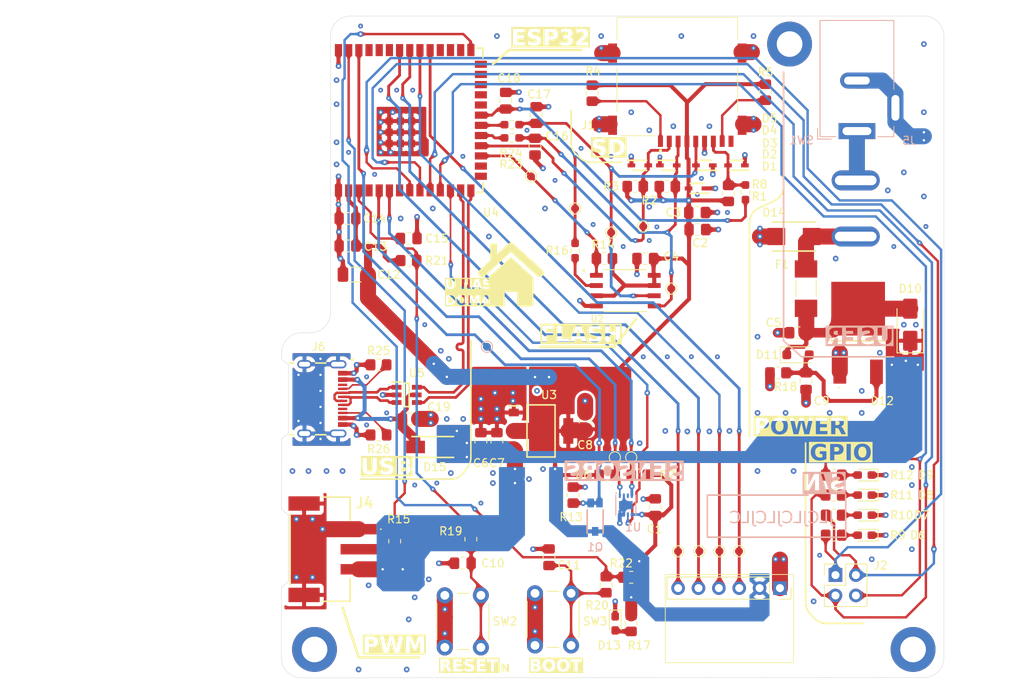
<source format=kicad_pcb>
(kicad_pcb (version 20241229) (generator "pcbnew") (generator_version "9.0")
  (layers (0 "F.Cu" signal) (4 "In1.Cu" power) (6 "In2.Cu" power) (2 "B.Cu" signal) (13 "F.Paste" user) (15 "B.Paste" user) (5 "F.SilkS" user "F.Silkscreen") (7 "B.SilkS" user "B.Silkscreen") (1 "F.Mask" user) (3 "B.Mask" user) (25 "Edge.Cuts" user))
  (net 0 "")
  (net 1 "+3V3")
  (net 2 "GND")
  (net 3 "/ESP32/CROWBAR_POWER")
  (net 4 "+5V")
  (net 5 "Net-(D11-A)")
  (net 6 "Net-(C10-Pad2)")
  (net 7 "Net-(C11-Pad2)")
  (net 8 "/ESP32/EN")
  (net 9 "SPI2_SCK")
  (net 10 "SPI2_MOSI")
  (net 11 "SPI2_MISO")
  (net 12 "SPI2_CS_SD")
  (net 13 "Net-(D6-A)")
  (net 14 "Net-(D7-A)")
  (net 15 "Net-(D8-A)")
  (net 16 "Net-(D9-A)")
  (net 17 "Net-(D13-A)")
  (net 18 "/ESP32/CROWBAR_INPUT")
  (net 19 "/ESP32/VBUS")
  (net 20 "TEMP_HUM_I2C_SCL")
  (net 21 "Net-(J1-DAT2)")
  (net 22 "SPI2_NCS_FLASH")
  (net 23 "TEMP_HUM_NRST")
  (net 24 "Net-(J1-DAT1)")
  (net 25 "GPIO18")
  (net 26 "/ESP32/BOOT")
  (net 27 "/ESP32/USB_D+")
  (net 28 "PWM_LED_DATA")
  (net 29 "Net-(U4-IO11)")
  (net 30 "GPIO15")
  (net 31 "Net-(U4-IO12)")
  (net 34 "GPIO16")
  (net 36 "MIC_I2S_WS")
  (net 38 "MIC_I2S_SCK")
  (net 40 "GPIO17")
  (net 43 "MIC_I2S_SEL")
  (net 45 "TEMP_HUM_I2C_SDA")
  (net 46 "/ESP32/USB_D-")
  (net 48 "LIGHT_ADC2")
  (net 49 "MIC_I2S_DO")
  (net 52 "Net-(SW1-COM)")
  (net 54 "Net-(J6-CC1)")
  (net 56 "/ESP32/DP")
  (net 57 "/ESP32/DN")
  (net 58 "Net-(J6-CC2)")
  (net 64 "Net-(J4-Pad2)")
  (net 66 "Net-(D1-A2)")
  (net 67 "Net-(U2-SO{slash}SIO1)")
  (footprint "TestPoint:TestPoint_Pad_D1.0mm" (layer "F.Cu") (at 128.5 78.5 180)
    (property "Reference" "TP10" (hide yes))
    (property "Value" "Test_NCS_FLASH" (hide yes))
  )
  (footprint "Capacitor_SMD:C_0805_2012Metric_Pad1.18x1.45mm_HandSolder" (layer "F.Cu") (at 162.8 104.0375 -90)
    (property "Reference" "C9")
    (property "Value" "100n")
  )
  (footprint "LED_SMD:LED_0603_1608Metric_Pad1.05x0.95mm_HandSolder" (layer "F.Cu") (at 170.125 115.75 180)
    (property "Reference" "D9")
    (property "Value" "YELLOW")
  )
  (footprint "ESP32-project-footprints:SOD2512X110L" (layer "F.Cu") (at 145.625 77.125)
    (property "Reference" "D4")
    (property "Value" "UCLAMP3301D.TCT" (hide yes))
  )
  (footprint "ESP32-project-footprints:DIONM5436X265N" (layer "F.Cu") (at 161.3 86)
    (property "Reference" "D14")
    (property "Value" "SM6T6V8CA" (hide yes))
  )
  (footprint "MountingHole:MountingHole_3.2mm_M3_DIN965_Pad_TopBottom" (layer "F.Cu") (at 176.15 137.5)
    (property "Reference" "H2" (hide yes))
    (property "Value" "MountingHole_Pad")
  )
  (footprint "Capacitor_SMD:C_0805_2012Metric_Pad1.18x1.45mm_HandSolder" (layer "F.Cu") (at 113.25 86.25 180)
    (property "Reference" "C15")
    (property "Value" "1u")
  )
  (footprint "Resistor_SMD:R_0805_2012Metric_Pad1.20x1.40mm_HandSolder" (layer "F.Cu") (at 141.5 79.75 180)
    (property "Reference" "R3")
    (property "Value" "10k")
  )
  (footprint "Diode_SMD:D_SMA" (layer "F.Cu") (at 175.8 97 90)
    (property "Reference" "D10")
    (property "Value" "B320AE-13")
  )
  (footprint "Capacitor_SMD:C_0805_2012Metric_Pad1.18x1.45mm_HandSolder" (layer "F.Cu") (at 149.25 85.132908)
    (property "Reference" "C2")
    (property "Value" "10u")
  )
  (footprint "Connector_PinHeader_2.54mm:PinHeader_2x02_P2.54mm_Vertical" (layer "F.Cu") (at 166.475 128.225)
    (property "Reference" "J2")
    (property "Value" "Conn_02x02_Odd_Even")
  )
  (footprint "ESP32-project-footprints:SOD2512X110L" (layer "F.Cu") (at 149.2 80 180)
    (property "Reference" "D3")
    (property "Value" "UCLAMP3301D.TCT" (hide yes))
  )
  (footprint "MountingHole:MountingHole_3.2mm_M3_DIN965_Pad_TopBottom" (layer "F.Cu") (at 101.5 137.5)
    (property "Reference" "H1" (hide yes))
    (property "Value" "MountingHole_Pad")
  )
  (footprint "Capacitor_SMD:C_0805_2012Metric_Pad1.18x1.45mm_HandSolder" (layer "F.Cu") (at 105.61 87.176933 180)
    (property "Reference" "C13")
    (property "Value" "10u")
  )
  (footprint "Resistor_SMD:R_0805_2012Metric_Pad1.20x1.40mm_HandSolder" (layer "F.Cu") (at 136.125 68.125 90)
    (property "Reference" "R4")
    (property "Value" "10k")
  )
  (footprint "Resistor_SMD:R_0805_2012Metric_Pad1.20x1.40mm_HandSolder" (layer "F.Cu") (at 111.5 124 90)
    (property "Reference" "R15")
    (property "Value" "330R")
  )
  (footprint "Capacitor_SMD:C_0805_2012Metric_Pad1.18x1.45mm_HandSolder" (layer "F.Cu") (at 125.35 69.0625 -90)
    (property "Reference" "C18")
    (property "Value" "22p")
  )
  (footprint "Resistor_SMD:R_0603_1608Metric_Pad0.98x0.95mm_HandSolder" (layer "F.Cu") (at 126.1125 73.7)
    (property "Reference" "R23")
    (property "Value" "50R")
  )
  (footprint "ESP32-project-footprints:DIONM5226X230N" (layer "F.Cu") (at 116.25 112.25 180)
    (property "Reference" "D15")
    (property "Value" "B320AE-13" (hide yes))
  )
  (footprint "Button_Switch_THT:SW_PUSH_6mm_H9.5mm" (layer "F.Cu") (at 117.75 137.25 90)
    (property "Reference" "SW2")
    (property "Value" "SW_Push")
  )
  (footprint "TestPoint:TestPoint_Pad_D1.0mm" (layer "F.Cu") (at 149.5 125.25)
    (property "Reference" "TP9" (hide yes))
    (property "Value" "Test_MOSI" (hide yes))
  )
  (footprint "Capacitor_SMD:C_0805_2012Metric_Pad1.18x1.45mm_HandSolder" (layer "F.Cu") (at 120 126.75)
    (property "Reference" "C10")
    (property "Value" "100n")
  )
  (footprint "TestPoint:TestPoint_Pad_D1.0mm" (layer "F.Cu") (at 142.5 84.75 180)
    (property "Reference" "TP8" (hide yes))
    (property "Value" "Test_CS_SD" (hide yes))
  )
  (footprint "Capacitor_SMD:C_0805_2012Metric_Pad1.18x1.45mm_HandSolder" (layer "F.Cu") (at 129 74.7875 90)
    (property "Reference" "C16")
    (property "Value" "22p")
  )
  (footprint "ESP32-project-footprints:GCT_USB4105-GF-A" (layer "F.Cu") (at 100.25 106.25 -90)
    (property "Reference" "J6")
    (property "Value" "USB4105-GF-A")
  )
  (footprint "Resistor_SMD:R_0805_2012Metric_Pad1.20x1.40mm_HandSolder" (layer "F.Cu") (at 166.25 120.75)
    (property "Reference" "R10")
    (property "Value" "330R")
  )
  (footprint "Capacitor_SMD:C_0805_2012Metric_Pad1.18x1.45mm_HandSolder" (layer "F.Cu") (at 129.15 70.85 -90)
    (property "Reference" "C17")
    (property "Value" "22p")
  )
  (footprint "Capacitor_SMD:C_0805_2012Metric_Pad1.18x1.45mm_HandSolder" (layer "F.Cu") (at 105.61 83.75 180)
    (property "Reference" "C14")
    (property "Value" "100n")
  )
  (footprint "Capacitor_SMD:C_0805_2012Metric_Pad1.18x1.45mm_HandSolder" (layer "F.Cu") (at 113.5 108.75)
    (property "Reference" "C19")
    (property "Value" "100n")
  )
  (footprint "ESP32-project-footprints:SOT95P280X145-6N" (layer "F.Cu") (at 113 105.75)
    (property "Reference" "U5")
    (property "Value" "USBLC6-2SC6" (hide yes))
  )
  (footprint "LOGO" (layer "F.Cu") (at 126 90.75)
    (property "Reference" "G***" (hide yes))
    (property "Value" "LOGO" (hide yes))
  )
  (footprint "ESP32-project-footprints:ESP32S3WROOM1N4" (layer "F.Cu") (at 110 71.5 90)
    (property "Reference" "U4")
    (property "Value" "ESP32-S3-WROOM-1-N8R8" (hide yes))
  )
  (footprint "Capacitor_SMD:C_0805_2012Metric_Pad1.18x1.45mm_HandSolder" (layer "F.Cu") (at 135.25 109 90)
    (property "Reference" "C8")
    (property "Value" "22u")
  )
  (footprint "Resistor_SMD:R_0805_2012Metric_Pad1.20x1.40mm_HandSolder" (layer "F.Cu") (at 121 123.75 90)
    (property "Reference" "R19")
    (property "Value" "330R")
  )
  (footprint "Button_Switch_THT:SW_PUSH_6mm_H9.5mm" (layer "F.Cu") (at 129 137 90)
    (property "Reference" "SW3")
    (property "Value" "SW_Push")
  )
  (footprint "Resistor_SMD:R_0805_2012Metric_Pad1.20x1.40mm_HandSolder" (layer "F.Cu") (at 159.3 103)
    (property "Reference" "R18")
    (property "Value" "330R")
  )
  (footprint "ESP32-project-footprints:S3BXHSM4TBLFSN" (layer "F.Cu") (at 102.725 125 90)
    (property "Reference" "J4")
    (property "Value" "S3B-XH-SM4-TB_LF__SN_" (hide yes))
  )
  (footprint "ESP32-project-footprints:SOD2512X110L" (layer "F.Cu") (at 154.125 77.125 180)
    (property "Reference" "D1")
    (property "Value" "UCLAMP3301D.TCT" (hide yes))
  )
  (footprint "LED_SMD:LED_0603_1608Metric_Pad1.05x0.95mm_HandSolder" (layer "F.Cu") (at 170.125 123.25 180)
    (property "Reference" "D6")
    (property "Value" "RED")
  )
  (footprint "TestPoint:TestPoint_Pad_D1.0mm" (layer "F.Cu") (at 146.84 125.26)
    (property "Reference" "TP11" (hide yes))
    (property "Value" "Test_CS_SD" (hide yes))
  )
  (footprint "LED_SMD:LED_0603_1608Metric_Pad1.05x0.95mm_HandSolder" (layer "F.Cu") (at 139 134.25 -90)
    (property "Reference" "D13")
    (property "Value" "RED")
  )
  (footprint "Resistor_SMD:R_0603_1608Metric_Pad0.98x0.95mm_HandSolder" (layer "F.Cu") (at 134 87.75 90)
    (property "Reference" "R16")
    (property "Value" "50R")
  )
  (footprint "TestPoint:TestPoint_Pad_D1.0mm" (layer "F.Cu") (at 134 82.5 180)
    (property "Reference" "TP4" (hide yes))
    (property "Value" "Test_MISO" (hide yes))
  )
  (footprint "ESP32-project-footprints:TS820600B" (layer "F.Cu") (at 169.3 97.885)
    (property "Reference" "D12")
    (property "Value" "TYN612MRG" (hide yes))
  )
  (footprint "Capacitor_SMD:C_0805_2012Metric_Pad1.18x1.45mm_HandSolder" (layer "F.Cu") (at 130.75 126 -90)
    (property "Reference" "C11")
    (property "Value" "100n")
  )
  (footprint "Resistor_SMD:R_0805_2012Metric_Pad1.20x1.40mm_HandSolder" (layer "F.Cu") (at 141 134.25 90)
    (property "Reference" "R17")
    (property "Value" "330R")
  )
  (footprint "TestPoint:TestPoint_Pad_D1.0mm" (layer "F.Cu") (at 146 92.5 180)
    (property "Reference" "TP6" (hide yes))
    (property "Value" "Test_MOSI" (hide yes))
  )
  (footprint "Resistor_SMD:R_0805_2012Metric_Pad1.20x1.40mm_HandSolder" (layer "F.Cu") (at 109.5 110.75)
    (property "Reference" "R26")
    (property "Value" "5k1")
  )
  (footprint "Capacitor_SMD:C_0805_2012Metric_Pad1.18x1.45mm_HandSolder" (layer "F.Cu") (at 144 119.75 -90)
    (property "Reference" "C1")
    (property "Value" "100n")
  )
  (footprint "Resistor_SMD:R_0603_1608Metric_Pad0.98x0.95mm_HandSolder" (layer "F.Cu") (at 155.25 80.4875 -90)
    (property "Reference" "R8")
    (property "Value" "50R")
  )
  (footprint "Resistor_SMD:R_0805_2012Metric_Pad1.20x1.40mm_HandSolder" (layer "F.Cu") (at 133.75 118.25 90)
    (property "Reference" "R13")
    (property "Value" "10k")
  )
  (footprint "Resistor_SMD:R_0805_2012Metric_Pad1.20x1.40mm_HandSolder" (layer "F.Cu") (at 166.25 118.25)
    (property "Reference" "R11")
    (property "Value" "330R")
  )
  (footprint "Resistor_SMD:R_0805_2012Metric_Pad1.20x1.40mm_HandSolder" (layer "F.Cu") (at 141 128.5)
    (property "Reference" "R22")
    (property "Value" "10k")
  )
  (footprint "ESP32-project-footprints:SOD2512X110L" (layer "F.Cu") (at 142.075 77.125)
    (property "Reference" "D5")
    (property "Value" "UCLAMP3301D.TCT" (hide yes))
  )
  (footprint "Capacitor_SMD:C_0805_2012Metric_Pad1.18x1.45mm_HandSolder" (layer "F.Cu") (at 149.2125 83.007908)
    (property "Reference" "C3")
    (property "Value" "100n")
  )
  (footprint "Capacitor_SMD:C_0805_2012Metric_Pad1.18x1.45mm_HandSolder" (layer "F.Cu") (at 161.8 98 180)
    (property "Reference" "C5")
    (property "Value" "100n")
  )
  (footprint "Resistor_SMD:R_0805_2012Metric_Pad1.20x1.40mm_HandSolder" (layer "F.Cu") (at 153.125 80.625 -90)
    (property "Reference" "R1")
    (property "Value" "10k")
  )
  (footprint "Resistor_SMD:R_0805_2012Metric_Pad1.20x1.40mm_HandSolder" (layer "F.Cu") (at 142 115.75)
    (property "Reference" "R6")
    (property "Value" "5k1")
  )
  (footprint "ESP32-project-footprints:SOD2512X110L" (layer "F.Cu") (at 150.125 77.125 180)
    (property "Reference" "D2")
    (property "Value" "UCLAMP3301D.TCT" (hide yes))
  )
  (footprint "LED_SMD:LED_0603_1608Metric_Pad1.05x0.95mm_HandSolder" (layer "F.Cu") (at 170.125 118.25 180)
    (property "Reference" "D8")
    (property "Value" "BLUE")
  )
  (footprint "ESP32-project-footprints:MEM20750014001A" (layer "F.Cu") (at 146.75 66.75 180)
    (property "Reference" "J1")
    (property "Value" "MEM2075-00-140-01-A" (hide yes))
  )
  (footprint "Capacitor_SMD:C_1206_3216Metric_Pad1.33x1.80mm_HandSolder" (layer "F.Cu") (at 106.61 90.75 180)
    (property "Reference" "C12")
    (property "Value" "47u")
  )
  (footprint "Capacitor_SMD:C_0805_2012Metric_Pad1.18x1.45mm_HandSolder" (layer "F.Cu") (at 124.25 111.5 90)
    (property "Reference" "C7")
    (property "Value" "100n")
  )
  (footprint "Resistor_SMD:R_0805_2012Metric_Pad1.20x1.40mm_HandSolder" (layer "F.Cu") (at 166.25 123.25)
    (property "Reference" "R9")
    (property "Value" "330R")
  )
  (footprint "ESP32-project-footprints:FUSC6125X279N" (layer "F.Cu") (at 162.8 92.5 -90)
    (property "Reference" "F1")
    (property "Value" "Fuse")
  )
  (footprint "Resistor_SMD:R_0805_2012Metric_Pad1.20x1.40mm_HandSolder" (layer "F.Cu") (at 113.25 89 180)
    (property "Reference" "R21")
    (property "Value" "10k")
  )
  (footprint "TestPoint:TestPoint_Pad_D1.0mm" (layer "F.Cu") (at 138.96 113.54)
    (property "Reference" "TP1" (hide yes))
    (property "Value" "Test_SCK" (hide yes))
  )
  (footprint "ESP32-project-footprints:SOT230P700X180-4N" (layer "F.Cu") (at 129.75 110.25)
    (property "Reference" "U3")
    (property "Value" "NCP1117ST33T3G" (hide yes))
  )
  (footprint "Resistor_SMD:R_0805_2012Metric_Pad1.20x1.40mm_HandSolder" (layer "F.Cu") (at 166.25 115.75)
    (property "Reference" "R12")
    (property "Value" "330R")
  )
  (footprint "Resistor_SMD:R_0805_2012Metric_Pad1.20x1.40mm_HandSolder" (layer "F.Cu") (at 145.5 79.75 180)
    (property "Reference" "R2")
    (property "Value" "10k")
  )
  (footprint "Capacitor_SMD:C_0805_2012Metric_Pad1.18x1.45mm_HandSolder" (layer "F.Cu") (at 122.25 111.5 90)
    (property "Reference" "C6")
    (property "Value" "22u")
  )
  (footprint "Capacitor_SMD:C_0805_2012Metric_Pad1.18x1.45mm_HandSolder" (layer "F.Cu") (at 142.75 88.75)
    (property "Reference" "C4")
    (property "Value" "100n")
  )
  (footprint "Resistor_SMD:R_0805_2012Metric_Pad1.20x1.40mm_HandSolder" (layer "F.Cu") (at 137.861809 129.422362 90)
    (property "Reference" "R20")
    (property "Value" "330R")
  )
  (footprint "TestPoint:TestPoint_Pad_D1.0mm" (layer "F.Cu") (at 152 125.25)
    (property "Reference" "TP7" (hide yes))
    (property "Value" "Test_MISO" (hide yes))
  )
  (footprint "Resistor_SMD:R_0805_2012Metric_Pad1.20x1.40mm_HandSolder" (layer "F.Cu") (at 157.75 68 90)
    (property "Reference" "R5")
    (property "Value" "10k")
  )
  (footprint "Diode_SMD:D_SOD-123F" (layer "F.Cu") (at 161.8 100.75)
    (property "Reference" "D11")
    (property "Value" "NZH5V6B,115")
  )
  (footprint "ESP32-project-footprints:SOIC127P790X216-8N_MX25L3233FM2I-08G" (layer "F.Cu") (at 140.265 92.75)
    (property "Reference" "U2")
    (property "Value" "MX25L3233FM2I-08G")
  )
  (footprint "Resistor_SMD:R_0805_2012Metric_Pad1.20x1.40mm_HandSolder" (layer "F.Cu") (at 138 115.75 180)
    (property "Reference" "R7")
    (property "Value" "5k1")
  )
  (footprint "Resistor_SMD:R_0603_1608Metric_Pad0.98x0.95mm_HandSolder" (layer "F.Cu") (at 126.1125 72.05)
    (property "Reference" "R24")
    (property "Value" "50R")
  )
  (footprint "TestPoint:TestPoint_Pad_D1.0mm" (layer "F.Cu") (at 141 113.55)
    (property "Reference" "TP3" (hide yes))
    (property "Value" "Test_MISO" (hide yes))
  )
  (footprint "Resistor_SMD:R_0805_2012Metric_Pad1.20x1.40mm_HandSolder" (layer "F.Cu") (at 137.66 88.75 180)
    (property "Reference" "R14")
    (property "Value" "10k")
  )
  (footprint "TestPoint:TestPoint_Pad_D1.0mm" (layer "F.Cu") (at 154.44 125.25)
    (property "Reference" "TP5" (hide yes))
    (property "Value" "Test_SCK" (hide yes))
  )
  (footprint "MountingHole:MountingHole_3.2mm_M3_DIN965_Pad_TopBottom" (layer "F.Cu") (at 160.75 62)
    (property "Reference" "H3" (hide yes))
    (property "Value" "MountingHole_Pad")
  )
  (footprint "LED_SMD:LED_0603_1608Metric_Pad1.05x0.95mm_HandSolder" (layer "F.Cu") (at 170.125 120.75 180)
    (property "Reference" "D7")
    (property "Value" "GREEN")
  )
  (footprint "TestPoint:TestPoint_Pad_D1.0mm" (layer "F.Cu") (at 138.5 85.5 180)
    (property "Reference" "TP2" (hide yes))
    (property "Value" "Test_SCK" (hide yes))
  )
  (footprint "ESP32-project-footprints:mic-module" (layer "F.Cu") (at 151.25 141.75 180)
    (property "Reference" "J3" (hide yes))
    (property "Value" "Conn_01x06" (hide yes))
  )
  (footprint "Resistor_SMD:R_0805_2012Metric_Pad1.20x1.40mm_HandSolder" (layer "F.Cu") (at 109.5 102 180)
    (property "Reference" "R25")
    (property "Value" "5k1")
  )
  (footprint "Connector_BarrelJack:BarrelJack_GCT_DCJ200-10-A_Horizontal" (layer "B.Cu") (at 169.15 72.85)
    (property "Reference" "J5")
    (property "Value" "DCJ200-10-A-K1-K")
  )
  (footprint "ESP32-project-footprints:RA1113112R" (layer "B.Cu") (at 169 93)
    (property "Reference" "SW1")
    (property "Value" "RA1113112R")
  )
  (footprint "ESP32-project-footprints:TEMT6000X01" (layer "B.Cu") (at 136.5 121 -90)
    (property "Reference" "Q1")
    (property "Value" "TEMT6000X01" (hide yes))
  )
  (footprint "ESP32-project-footprints:DFN250X250X100-9N" (layer "B.Cu") (at 140.326 119.5 -90)
    (property "Reference" "U1")
    (property "Value" "SHT30-DIS-B")
  )
  (footprint "TestPoint:TestPoint_Pad_D1.0mm" (layer "B.Cu") (at 123 99.75)
    (property "Reference" "TP12" (hide yes))
    (property "Value" "Test_NCS_FLASH" (hide yes))
  )
  (gr_line (start 118.5 116.25) (end 107.25 116.25) (stroke (width 0.2)) (layer "F.SilkS"))
  (gr_arc (start 163.335786 133.085786) (mid 162.90225 132.436938) (end 162.75 131.671573) (stroke (width 0.2)) (layer "F.SilkS"))
  (gr_line (start 134.75 62.75) (end 125.75 62.75) (stroke (width 0.3)) (layer "F.SilkS"))
  (gr_arc (start 155.75 84.269211) (mid 156.061334 83.197574) (end 156.898406 82.459574) (stroke (width 0.2)) (layer "F.SilkS"))
  (gr_line (start 160 65.5) (end 160 79.730789) (stroke (width 0.2)) (layer "F.SilkS"))
  (gr_line (start 162.75 131.671573) (end 162.75 111.75) (stroke (width 0.2)) (layer "F.SilkS"))
  (gr_line (start 136 76.75) (end 139.760152 76.75) (stroke (width 0.2)) (layer "F.SilkS"))
  (gr_arc (start 121 113.583333) (mid 120.897357 114.215784) (end 120.6 114.783333) (stroke (width 0.2)) (layer "F.SilkS"))
  (gr_line (start 134.208569 75.848643) (end 134.698417 76.268513) (stroke (width 0.2)) (layer "F.SilkS"))
  (gr_line (start 114.5 138.5) (end 107 138.5) (stroke (width 0.3)) (layer "F.SilkS"))
  (gr_line (start 120.6 114.783333) (end 120.1 115.45) (stroke (width 0.2)) (layer "F.SilkS"))
  (gr_line (start 121 99) (end 121 113.583333) (stroke (width 0.2)) (layer "F.SilkS"))
  (gr_line (start 141.625 96.25) (end 138.875 99.75) (stroke (width 0.3)) (layer "F.SilkS"))
  (gr_line (start 163.914213 133.664213) (end 163.335786 133.085786) (stroke (width 0.2)) (layer "F.SilkS"))
  (gr_line (start 138.875 99.75) (end 129.625 99.75) (stroke (width 0.3)) (layer "F.SilkS"))
  (gr_line (start 107 138.5) (end 105 132.25) (stroke (width 0.3)) (layer "F.SilkS"))
  (gr_arc (start 134.208569 75.848643) (mid 133.693116 75.165845) (end 133.510152 74.33013) (stroke (width 0.2)) (layer "F.SilkS"))
  (gr_arc (start 165.328427 134.25) (mid 164.563054 134.097768) (end 163.914213 133.664213) (stroke (width 0.2)) (layer "F.SilkS"))
  (gr_line (start 133.510152 70.25) (end 133.510152 74.33013) (stroke (width 0.2)) (layer "F.SilkS"))
  (gr_arc (start 160 79.730789) (mid 159.688666 80.802426) (end 158.851594 81.540426) (stroke (width 0.2)) (layer "F.SilkS"))
  (gr_arc (start 120.1 115.45) (mid 119.394427 116.038854) (end 118.5 116.25) (stroke (width 0.2)) (layer "F.SilkS"))
  (gr_line (start 155.75 84.269211) (end 155.75 111) (stroke (width 0.2)) (layer "F.SilkS"))
  (gr_line (start 158.851594 81.540426) (end 156.898406 82.459574) (stroke (width 0.2)) (layer "F.SilkS"))
  (gr_arc (start 136 76.75) (mid 135.306107 76.62577) (end 134.698417 76.268513) (stroke (width 0.2)) (layer "F.SilkS"))
  (gr_line (start 125.75 62.75) (end 123.75 64.5) (stroke (width 0.3)) (layer "F.SilkS"))
  (gr_line (start 170 134.25) (end 165.328427 134.25) (stroke (width 0.2)) (layer "F.SilkS"))
  (gr_line (start 163.06 118.25) (end 150.5 118.25) (stroke (width 0.2)) (layer "B.SilkS"))
  (gr_line (start 167.75 118.2) (end 167.75 123.5) (stroke (width 0.2)) (layer "B.SilkS"))
  (gr_line (start 150.5 123.5) (end 150.5 118.25) (stroke (width 0.2)) (layer "B.SilkS"))
  (gr_line (start 160 99) (end 162.25 101) (stroke (width 0.2)) (layer "B.SilkS"))
  (gr_line (start 150.5 123.5) (end 167.75 123.5) (stroke (width 0.2)) (layer "B.SilkS"))
  (gr_line (start 162.25 101) (end 173.75 101) (stroke (width 0.2)) (layer "B.SilkS"))
  (gr_line (start 160 65.5) (end 160 99) (stroke (width 0.2)) (layer "B.SilkS"))
  (gr_line (start 97.398614 111.25) (end 98.25 110.5) (stroke (width 0.05)) (layer "Edge.Cuts"))
  (gr_arc (start 103.5 61) (mid 104.232233 59.232233) (end 106 58.5) (stroke (width 0.05)) (layer "Edge.Cuts"))
  (gr_line (start 177.5 58.5) (end 106 58.5) (stroke (width 0.05)) (layer "Edge.Cuts"))
  (gr_line (start 99.878968 141.046174) (end 177.501441 141.00144) (stroke (width 0.05)) (layer "Edge.Cuts"))
  (gr_arc (start 99.878968 141.046174) (mid 98.110252 140.31446) (end 97.3775 138.546174) (stroke (width 0.05)) (layer "Edge.Cuts"))
  (gr_line (start 103.5 61) (end 103.5 95.5) (stroke (width 0.05)) (layer "Edge.Cuts"))
  (gr_line (start 97.3775 120) (end 97.398614 111.25) (stroke (width 0.05)) (layer "Edge.Cuts"))
  (gr_line (start 97.3775 101.25) (end 97.398613 100.5) (stroke (width 0.05)) (layer "Edge.Cuts"))
  (gr_line (start 97.3775 129.75) (end 98.25 129) (stroke (width 0.05)) (layer "Edge.Cuts"))
  (gr_arc (start 177.5 58.5) (mid 179.267767 59.232233) (end 180 61) (stroke (width 0.05)) (layer "Edge.Cuts"))
  (gr_arc (start 97.398613 100.498613) (mid 98.131337 98.731747) (end 99.898613 98) (stroke (width 0.05)) (layer "Edge.Cuts"))
  (gr_arc (start 103.5 95.5) (mid 102.767767 97.267767) (end 101 98) (stroke (width 0.05)) (layer "Edge.Cuts"))
  (gr_line (start 180 138.50144) (end 180 61) (stroke (width 0.05)) (layer "Edge.Cuts"))
  (gr_arc (start 180 138.50144) (mid 179.268276 140.268697) (end 177.501441 141.00144) (stroke (width 0.05)) (layer "Edge.Cuts"))
  (gr_line (start 97.377527 138.546174) (end 97.3775 129.75) (stroke (width 0.05)) (layer "Edge.Cuts"))
  (gr_line (start 98.25 129) (end 98.25 120.75) (stroke (width 0.05)) (layer "Edge.Cuts"))
  (gr_line (start 98.25 120.75) (end 97.3775 120) (stroke (width 0.05)) (layer "Edge.Cuts"))
  (gr_line (start 101 98) (end 99.898613 98) (stroke (width 0.05)) (layer "Edge.Cuts"))
  (gr_line (start 98.25 110.5) (end 98.25 102) (stroke (width 0.05)) (layer "Edge.Cuts"))
  (gr_line (start 98.25 102) (end 97.3775 101.25) (stroke (width 0.05)) (layer "Edge.Cuts"))
  (gr_text "RESET" (at 117 140.5 0) (layer "F.SilkS" knockout) (effects (font (size 1.5 1.5) (thickness 0.3) (bold yes)) (justify left bottom)))
  (gr_text "GPIO" (at 163.25 114.25 0) (layer "F.SilkS" knockout) (effects (font (size 2 2) (thickness 0.3) (bold yes)) (justify left bottom)))
  (gr_text "SD" (at 136 76.25 0) (layer "F.SilkS" knockout) (effects (font (size 2 2) (thickness 0.3) (bold yes)) (justify left bottom)))
  (gr_text "BOOT" (at 128.25 140.5 0) (layer "F.SilkS" knockout) (effects (font (size 1.5 1.5) (thickness 0.3) (bold yes)) (justify left bottom)))
  (gr_text "USB" (at 107.25 116 0) (layer "F.SilkS" knockout) (effects (font (size 2 2) (thickness 0.3) (bold yes)) (justify left bottom)))
  (gr_text "FLASH" (at 129.625 99.5 0) (layer "F.SilkS" knockout) (effects (font (size 2 2) (thickness 0.3) (bold yes)) (justify left bottom)))
  (gr_text "POWER" (at 156.25 111 0) (layer "F.SilkS" knockout) (effects (font (size 2 2) (thickness 0.3) (bold yes)) (justify left bottom)))
  (gr_text "EN" (at 123.75 140.5 0) (layer "F.SilkS") (effects (font (size 1 1) (thickness 0.175) (bold yes)) (justify left bottom)))
  (gr_text "U NAS\nDOMA" (at 117.75 94.75 0) (layer "F.SilkS" knockout) (effects (font (size 1.2 1.2) (thickness 0.1) (bold yes)) (justify left bottom)))
  (gr_text "ESP32" (at 126 62.5 0) (layer "F.SilkS" knockout) (effects (font (size 2 2) (thickness 0.3) (bold yes)) (justify left bottom)))
  (gr_text "PWM" (at 107.5 138.25 0) (layer "F.SilkS" knockout) (effects (font (size 2 2) (thickness 0.3) (bold yes)) (justify left bottom)))
  (gr_text "SENSORS" (at 147.53 116.57 0) (layer "B.SilkS" knockout) (effects (font (size 2 2) (thickness 0.3) (bold yes)) (justify left bottom mirror)))
  (gr_text "USER" (at 173.75 99.75 0) (layer "B.SilkS" knockout) (effects (font (size 2 2) (thickness 0.3) (bold yes)) (justify left bottom mirror)))
  (gr_text "S/N" (at 167.72 117.99 0) (layer "B.SilkS" knockout) (effects (font (size 2 2) (thickness 0.3) (bold yes)) (justify left bottom mirror)))
  (gr_text "JLCJLCJLCJLC" (at 166.25 122 0) (layer "B.SilkS") (effects (font (size 1.5 1.5)) (justify left bottom mirror)))
  (segment (start 108.1725 90.75) (end 108.1725 90.076933) (width 0.5) (layer "F.Cu") (net 1))
  (segment (start 126.35 110.25) (end 128.5 110.25) (width 2) (layer "F.Cu") (net 1))
  (segment (start 110.75 89) (end 112.25 89) (width 0.5) (layer "F.Cu") (net 1))
  (segment (start 138.66 90.54) (end 138.66 88.75) (width 0.5) (layer "F.Cu") (net 1))
  (segment (start 147.945 69.305) (end 147.945 74.125) (width 0.5) (layer "F.Cu") (net 1))
  (segment (start 131.5 115) (end 131.5 113.5) (width 0.5) (layer "F.Cu") (net 1))
  (segment (start 144.9625 120.7875) (end 144 120.7875) (width 0.5) (layer "F.Cu") (net 1))
  (segment (start 136.125 67.125) (end 145.875 67.125) (width 0.5) (layer "F.Cu") (net 1))
  (segment (start 140.215 92.115) (end 138.65 90.55) (width 0.5) (layer "F.Cu") (net 1))
  (segment (start 110.25 88.5) (end 110.75 89) (width 0.5) (layer "F.Cu") (net 1))
  (segment (start 143.7875 88.75) (end 147.3625 88.75) (width 0.5) (layer "F.Cu") (net 1))
  (segment (start 145 81.5) (end 144.5 81) (width 0.5) (layer "F.Cu") (net 1))
  (segment (start 148.175 83.007908) (end 148.175 81.5) (width 0.5) (layer "F.Cu") (net 1))
  (segment (start 138.865 93.385) (end 136.66 93.385) (width 0.5) (layer "F.Cu") (net 1))
  (segment (start 148.15 80) (end 148.15 76.4) (width 0.5) (layer "F.Cu") (net 1))
  (segment (start 143.87 90.845) (end 143.87 92.115) (width 0.5) (layer "F.Cu") (net 1))
  (segment (start 108.1725 93.6725) (end 108.1725 90.75) (width 2) (layer "F.Cu") (net 1))
  (segment (start 140.5 81) (end 140.5 79.75) (width 0.5) (layer "F.Cu") (net 1))
  (segment (start 147.945 69.195) (end 147.945 69.305) (width 0.5) (layer "F.Cu") (net 1))
  (segment (start 143 115.75) (end 144.75 115.75) (width 0.5) (layer "F.Cu") (net 1))
  (segment (start 142 128.5) (end 142 126.5) (width 1.5) (layer "F.Cu") (net 1))
  (segment (start 144.75 115.75) (end 146 117) (width 0.5) (layer "F.Cu") (net 1))
  (segment (start 148.2125 93.7875) (end 148.2125 89.6) (width 0.5) (layer "F.Cu") (net 1))
  (segment (start 143.8875 120.675) (end 142.325 120.675) (width 0.5) (layer "F.Cu") (net 1))
  (segment (start 141.885 92.115) (end 140.135 92.115) (width 0.5) (layer "F.Cu") (net 1))
  (segment (start 148.175 81.5) (end 153 81.5) (width 0.5) (layer "F.Cu") (net 1))
  (segment (start 133.15 110.25) (end 133.2365 110.1635) (width 2) (layer "F.Cu") (net 1))
  (segment (start 107.6 87.176933) (end 109.676933 87.176933) (width 0.5) (layer "F.Cu") (net 1))
  (segment (start 106.6475 87.176933) (end 106.6475 83.75) (width 0.5) (layer "F.Cu") (net 1))
  (segment (start 144 124.5) (end 142 126.5) (width 0.5) (layer "F.Cu") (net 1))
  (segment (start 143.8875 120.675) (end 144 120.7875) (width 0.3343) (layer "F.Cu") (net 1))
  (segment (start 105.76 81.51) (end 105.76 80.25) (width 0.5) (layer "F.Cu") (net 1))
  (segment (start 148.175 85.095408) (end 148.2125 85.132908) (width 0.5) (layer "F.Cu") (net 1))
  (segment (start 157.75 67) (end 150.25 67) (width 0.5) (layer "F.Cu") (net 1))
  (segment (start 148.15 76.4) (end 147.945 76.195) (width 0.5) (layer "F.Cu") (net 1))
  (segment (start 147.3625 88.75) (end 148.2125 89.6) (width 0.5) (layer "F.Cu") (net 1))
  (segment (start 106.6475 82.3975) (end 105.76 81.51) (width 0.5) (layer "F.Cu") (net 1))
  (segment (start 110.25 87.75) (end 110.25 88.5) (width 0.5) (layer "F.Cu") (net 1))
  (segment (start 140.135 92.115) (end 138.865 93.385) (width 0.5) (layer "F.Cu") (net 1))
  (segment (start 141.885 92.115) (end 140.215 92.115) (width 0.5) (layer "F.Cu") (net 1))
  (segment (start 137 115.75) (end 132.25 115.75) (width 0.5) (layer "F.Cu") (net 1))
  (segment (start 141 133.25) (end 141 131) (width 1.5) (layer "F.Cu") (net 1))
  (segment (start 138.65 90.55) (end 138.66 90.54) (width 0.5) (layer "F.Cu") (net 1))
  (segment (start 150.25 67) (end 147.945 69.305) (width 0.5) (layer "F.Cu") (net 1))
  (segment (start 148.2125 85.132908) (end 148.2125 89.6) (width 0.5) (layer "F.Cu") (net 1))
  (segment (start 146 119.75) (end 144.9625 120.7875) (width 0.5) (layer "F.Cu") (net 1))
  (segment (start 112 88.75) (end 112.25 89) (width 0.5) (layer "F.Cu") (net 1))
  (segment (start 144.5 81) (end 144.5 79.75) (width 0.5) (layer "F.Cu") (net 1))
  (segment (start 143.7875 88.75) (end 143.7875 90.7625) (width 0.5) (layer "F.Cu") (net 1))
  (segment (start 133.2365 110.1635) (end 135.25 110.1635) (width 2) (layer "F.Cu") (net 1))
  (segment (start 147.945 76.195) (end 147.945 74.125) (width 0.5) (layer "F.Cu") (net 1))
  (segment (start 141 81.5) (end 140.5 81) (width 0.5) (layer "F.Cu") (net 1))
  (segment (start 106.6475 83.75) (end 106.6475 82.3975) (width 0.5) (layer "F.Cu") (net 1))
  (segment (start 145.875 67.125) (end 147.945 69.195) (width 0.5) (layer "F.Cu") (net 1))
  (segment (start 107.6 87.176933) (end 106.6475 87.176933) (width 0.5) (layer "F.Cu") (net 1))
  (segment (start 146 117) (end 146 119.75) (width 0.5) (layer "F.Cu") (net 1))
  (segment (start 139.5 102.5) (end 139.5 102.75) (width 0.5) (layer "F.Cu") (net 1))
  (segment (start 108.1725 90.75) (end 108.1725 87.749433) (width 1) (layer "F.Cu") (net 1))
  (segment (start 143.7875 90.7625) (end 143.87 90.845) (width 0.5) (layer "F.Cu") (net 1))
  (segment (start 109.676933 87.176933) (end 110.25 87.75) (width 0.5) (layer "F.Cu") (net 1))
  (segment (start 153 81.5) (end 153.125 81.625) (width 0.5) (layer "F.Cu") (net 1))
  (segment (start 131.5 113.5) (end 131.5 112.25) (width 0.5) (layer "F.Cu") (net 1))
  (segment (start 118 103.5) (end 108.1725 93.6725) (width 2) (layer "F.Cu") (net 1))
  (segment (start 144 120.7875) (end 144 124.5) (width 0.5) (layer "F.Cu") (net 1))
  (segment (start 143.87 92.115) (end 141.885 92.115) (width 0.5) (layer "F.Cu") (net 1))
  (segment (start 148.175 80.025) (end 148.15 80) (width 0.5) (layer "F.Cu") (net 1))
  (segment (start 132.25 115.75) (end 131.5 115) (width 0.5) (layer "F.Cu") (net 1))
  (segment (start 148.2125 93.7875) (end 139.5 102.5) (width 0.5) (layer "F.Cu") (net 1))
  (segment (start 148.175 81.5) (end 148.175 80.025) (width 0.5) (layer "F.Cu") (net 1))
  (segment (start 148.175 83.007908) (end 148.175 85.095408) (width 0.5) (layer "F.Cu") (net 1))
  (segment (start 108.1725 87.749433) (end 107.6 87.176933) (width 0.5) (layer "F.Cu") (net 1))
  (via (at 142 126.5) (size 0.7) (drill 0.3) (layers "F.Cu" "B.Cu") (net 1))
  (via (at 145 81.5) (size 0.7) (drill 0.3) (layers "F.Cu" "B.Cu") (net 1))
  (via (at 118 103.5) (size 0.7) (drill 0.3) (layers "F.Cu" "B.Cu") (net 1))
  (via (at 131.5 115) (size 0.7) (drill 0.3) (layers "F.Cu" "B.Cu") (net 1))
  (via (at 142.325 120.675) (size 0.7) (drill 0.3) (layers "F.Cu" "B.Cu") (net 1))
  (via (at 129 103.52925) (size 0.7) (drill 0.3) (layers "F.Cu" "B.Cu") (net 1))
  (via (at 141 131) (size 0.7) (drill 0.3) (layers "F.Cu" "B.Cu") (net 1))
  (via (at 141 81.5) (size 0.7) (drill 0.3) (layers "F.Cu" "B.Cu") (net 1))
  (via (at 130.75 103.52925) (size 0.7) (drill 0.3) (layers "F.Cu" "B.Cu") (net 1))
  (via (at 116.375 101.875) (size 0.7) (drill 0.3) (layers "F.Cu" "B.Cu") (net 1))
  (via (at 148.175 81.5) (size 0.7) (drill 0.3) (layers "F.Cu" "B.Cu") (net 1))
  (segment (start 141 81.5) (end 145 81.5) (width 0.5) (layer "B.Cu") (net 1))
  (segment (start 123.5 103.5) (end 123.52925 103.52925) (width 2) (layer "B.Cu") (net 1))
  (segment (start 142.325 120.675) (end 141.076 120.675) (width 0.3343) (layer "B.Cu") (net 1))
  (segment (start 116.375 101.875) (end 118 103.5) (width 2) (layer "B.Cu") (net 1))
  (segment (start 123.52925 103.52925) (end 130.75 103.52925) (width 2) (layer "B.Cu") (net 1))
  (segment (start 118 103.5) (end 123.5 103.5) (width 2) (layer "B.Cu") (net 1))
  (segment (start 148.175 81.5) (end 145 81.5) (width 0.5) (layer "B.Cu") (net 1))
  (segment (start 141.025 76.025) (end 141 76) (width 0.5) (layer "F.Cu") (net 2))
  (segment (start 104.55 85.4275) (end 104.55 85.55) (width 0.5) (layer "F.Cu") (net 2))
  (segment (start 105.005 103.05) (end 106.4 103.05) (width 0.5) (layer "F.Cu") (net 2))
  (segment (start 151.75 83) (end 150.257908 83) (width 0.5) (layer "F.Cu") (net 2))
  (segment (start 150.145 74.125) (end 150.145 75.605) (width 0.5) (layer "F.Cu") (net 2))
  (segment (start 106.75 110.75) (end 108.5 110.75) (width 0.5) (layer "F.Cu") (net 2))
  (segment (start 144.575 77.125) (end 144.575 76.175) (width 0.5) (layer "F.Cu") (net 2))
  (segment (start 158.3 103) (end 158.3 104.7) (width 1.2) (layer "F.Cu") (net 2))
  (segment (start 106.75 102.75) (end 106.75 102) (width 0.5) (layer "F.Cu") (net 2))
  (segment (start 104.49 80.25) (end 104.49 78.51) (width 0.5) (layer "F.Cu") (net 2))
  (segment (start 106.375 109.625) (end 106.75 110) (width 0.5) (layer "F.Cu") (net 2))
  (segment (start 126.975 68.025) (end 127 68) (width 0.5) (layer "F.Cu") (net 2))
  (segment (start 171 118.25) (end 172.75 118.25) (width 0.5) (layer "F.Cu") (net 2))
  (segment (start 151.875 85.125) (end 151.867092 85.132908) (width 0.5) (layer "F.Cu") (net 2))
  (segment (start 150.257908 83) (end 150.25 83.007908) (width 0.5) (layer "F.Cu") (net 2))
  (segment (start 104.49 64.74) (end 104.5 64.75) (width 0.5) (layer "F.Cu") (net 2))
  (segment (start 155.175 77.125) (end 155.175 75.825) (width 0.5) (layer "F.Cu") (net 2))
  (segment (start 171 115.75) (end 172.75 115.75) (width 0.5) (layer "F.Cu") (net 2))
  (segment (start 159.1 86) (end 157.05 86) (width 2) (layer "F.Cu") (net 2))
  (segment (start 106.75 110) (end 106.75 110.75) (width 0.5) (layer "F.Cu") (net 2))
  (segment (start 142.5375 118.7125) (end 142.5 118.75) (width 0.3343) (layer "F.Cu") (net 2))
  (segment (start 117.75 137.25) (end 117.75 133.5) (width 2) (layer "F.Cu") (net 2))
  (segment (start 171 123.25) (end 172.75 123.25) (width 0.5) (layer "F.Cu") (net 2))
  (segment (start 151.867092 85.132908) (end 150.2875 85.132908) (width 0.5) (layer "F.Cu") (net 2))
  (segment (start 105.0475 89.0475) (end 105.0475 90.75) (width 0.5) (layer "F.Cu") (net 2))
  (segment (start 104.5725 85.5725) (end 104.5725 87.176933) (width 0.5) (layer "F.Cu") (net 2))
  (segment (start 108.5 102) (end 106.75 102) (width 0.5) (layer "F.Cu") (net 2))
  (segment (start 142.5 118.75) (end 143.9625 118.75) (width 0.5) (layer "F.Cu") (net 2))
  (segment (start 141.025 77.125) (end 141.025 76.025) (width 0.5) (layer "F.Cu") (net 2))
  (segment (start 151.175 77.125) (end 151.175 78.25) (width 0.5) (layer "F.Cu") (net 2))
  (segment (start 160.7625 98) (end 159.25 98) (width 1.2) (layer "F.Cu") (net 2))
  (segment (start 128.7875 124.9625) (end 128.75 125) (width 0.5) (layer "F.Cu") (net 2))
  (segment (start 114.2875 83.5375) (end 114.2875 86.25) (width 0.5) (layer "F.Cu") (net 2))
  (segment (start 104.75 88.75) (end 104.5725 88.5725) (width 0.5) (layer "F.Cu") (net 2))
  (segment (start 143.9625 118.75) (end 144 118.7125) (width 0.5) (layer "F.Cu") (net 2))
  (segment (start 106.2 109.45) (end 106.375 109.625) (width 0.5) (layer "F.Cu") (net 2))
  (segment (start 159.55 129.85) (end 159.55 126.3) (width 2) (layer "F.Cu") (net 2))
  (segment (start 139 133.375) (end 139 131.5) (width 0.5) (layer "F.Cu") (net 2))
  (segment (start 111.75 105.75) (end 110 105.75) (width 0.5) (layer "F.Cu") (net 2))
  (segment (start 107 122.5) (end 102.5 122.5) (width 2) (layer "F.Cu") (net 2))
  (segment (start 104.5725 85.405) (end 104.5725 83.75) (width 0.5) (layer "F.Cu") (net 2))
  (segment (start 137 72) (end 138.3 72) (width 2) (layer "F.Cu") (net 2))
  (segment (start 167.014 100.514) (end 167.014 102.85) (width 2) (layer "F.Cu") (net 2))
  (segment (start 144.575 76.175) (end 144.575 76.075) (width 0.5) (layer "F.Cu") (net 2))
  (segment (start 104.49 62.75) (end 104.49 64.74) (width 0.5) (layer "F.Cu") (net 2))
  (segment (start 125.35 68.025) (end 126.975 68.025) (width 0.5) (layer "F.Cu") (net 2))
  (segment (start 106.4 103.05) (end 106.45 103.05) (width 0.5) (layer "F.Cu") (net 2))
  (segment (start 156.05 63) (end 154.75 63) (width 2) (layer "F.Cu") (net 2))
  (segment (start 130.6875 69.8125) (end 129.15 69.8125) (width 0.5) (layer "F.Cu") (net 2))
  (segment (start 138.675 63.125) (end 137.375 63.125) (width 2) (layer "F.Cu") (net 2))
  (segment (start 106.45 103.05) (end 106.75 102.75) (width 0.5) (layer "F.Cu") (net 2))
  (segment (start 104.75 88.75) (end 105.0475 89.0475) (width 0.5) (layer "F.Cu") (net 2))
  (segment (start 117 126.75) (end 118.9625 126.75) (width 0.5) (layer "F.Cu") (net 2))
  (segment (start 104.49 78.51) (end 104.5 78.5) (width 0.5) (layer "F.Cu") (net 2))
  (segment (start 162.8 106.75) (end 162.8 105.075) (width 1.2) (layer "F.Cu") (net 2))
  (segment (start 129 75.825) (end 129 76.5) (width 0.5) (layer "F.Cu") (net 2))
  (segment (start 104.49 83.6675) (end 104.5725 83.75) (width 0.5) (layer "F.Cu") (net 2))
  (segment (start 171 120.75) (end 172.75 120.75) (width 0.5) (layer "F.Cu") (net 2))
  (segment (start 135.25 107.9625) (end 135.25 106.5) (width 2) (layer "F.Cu") (net 2))
  (segment (start 104.55 85.4275) (end 104.5725 85.405) (width 0.5) (layer "F.Cu") (net 2))
  (segment (start 105.005 109.45) (end 106.2 109.45) (width 0.5) (layer "F.Cu") (net 2))
  (segment (start 104.55 85.55) (end 104.5725 85.5725) (width 0.5) (layer "F.Cu") (net 2))
  (segment (start 136.66 94.655) (end 135.255 94.655) (width 0.5) (layer "F.Cu") (net 2))
  (segment (start 114.5375 108.75) (end 116 108.75) (width 2) (layer "F.Cu") (net 2))
  (segment (start 129 76.5) (end 130 77.5) (width 0.5) (layer "F.Cu") (net 2))
  (segment (start 156.25 72) (end 154.95 72) (width 2) (layer "F.Cu") (net 2))
  (segment (start 104.5725 87.176933) (end 104.5 87.249433) (width 0.5) (layer "F.Cu") (net 2))
  (segment (start 135.25 117.25) (end 133.75 117.25) (width 0.5) (layer "F.Cu") (net 2))
  (segment (start 104.49 80.25) (end 104.49 83.6675) (width 0.5) (layer "F.Cu") (net 2))
  (segment (start 130.75 124.9625) (end 128.7875 124.9625) (width 0.5) (layer "F.Cu") (net 2))
  (segment (start 129 130.5) (end 129 137) (width 2) (layer "F.Cu") (net 2))
  (segment (start 141.7125 90.7125) (end 141.7125 88.75) (width 0.5) (layer "F.Cu") (net 2))
  (segment (start 150.25 80) (end 151.5 80) (width 0.5) (layer "F.Cu") (net 2))
  (segment (start 104.5725 88.5725) (end 104.5725 87.176933) (width 0.5) (layer "F.Cu") (net 2))
  (segment (start 135.255 94.655) (end 134.6 94) (width 0.5) (layer "F.Cu") (net 2))
  (segment (start 117.75 133.5) (end 117.75 130.75) (width 2) (layer "F.Cu") (net 2))
  (via (at 127 68) (size 0.7) (drill 0.3) (layers "F.Cu" "B.Cu") (net 2))
  (via (at 122.25 119.25) (size 0.6) (drill 0.2) (layers "F.Cu" "B.Cu") (net 2))
  (via (at 177.5 81) (size 0.7) (drill 0.3) (layers "F.Cu" "B.Cu") (net 2))
  (via (at 169.75 105.25) (size 0.7) (drill 0.3) (layers "F.Cu" "B.Cu") (net 2))
  (via (at 151.75 83) (size 0.7) (drill 0.3) (layers "F.Cu" "B.Cu") (net 2))
  (via (at 164.5 125.75) (size 0.6) (drill 0.2) (layers "F.Cu" "B.Cu") (net 2))
  (via (at 120.05 108.75) (size 0.7) (drill 0.3) (layers "F.Cu" "B.Cu") (net 2))
  (via (at 126.25 106.5) (size 0.7) (drill 0.3) (layers "F.Cu" "B.Cu") (net 2))
  (via (at 142.5 118.75) (size 0.7) (drill 0.3) (layers "F.Cu" "B.Cu") (net 2))
  (via (at 156.75 98.5) (size 0.7) (drill 0.3) (layers "F.Cu" "B.Cu") (net 2))
  (via (at 110 105.75) (size 0.7) (drill 0.3) (layers "F.Cu" "B.Cu") (net 2))
  (via (at 130 77.5) (size 0.7) (drill 0.3) (layers "F.Cu" "B.Cu") (net 2))
  (via (at 176 117) (size 0.7) (drill 0.3) (layers "F.Cu" "B.Cu") (net 2))
  (via (at 128 72.75) (size 0.6) (drill 0.2) (layers "F.Cu" "B.Cu") (net 2))
  (via (at 148.5 100.991051) (size 0.6) (drill 0.2) (layers "F.Cu" "B.Cu") (net 2))
  (via (at 102.25 111.25) (size 0.7) (drill 0.3) (layers "F.Cu" "B.Cu") (net 2))
  (via (at 128.25 116.25) (size 0.7) (drill 0.3) (layers "F.Cu" "B.Cu") (net 2))
  (via (at 158.3 104.7) (size 0.7) (drill 0.3) (layers "F.Cu" "B.Cu") (net 2))
  (via (at 117 126.75) (size 0.7) (drill 0.3) (layers "F.Cu" "B.Cu") (net 2))
  (via (at 153.25 110.25) (size 0.7) (drill 0.3) (layers "F.Cu" "B.Cu") (net 2))
  (via (at 177.75 84.75) (size 0.6) (drill 0.2) (layers "F.Cu" "B.Cu") (net 2))
  (via (at 130.6875 69.8125) (size 0.7) (drill 0.3) (layers "F.Cu" "B.Cu") (net 2))
  (via (at 129 132.25) (size 0.7) (drill 0.3) (layers "F.Cu" "B.Cu") (net 2))
  (via (at 156.75 115.25) (size 0.7) (drill 0.3) (layers "F.Cu" "B.Cu") (net 2))
  (via (at 173.75 87.25) (size 0.6) (drill 0.2) (layers "F.Cu" "B.Cu") (net 2))
  (via (at 115.75 128.75) (size 0.7) (drill 0.3) (layers "F.Cu" "B.Cu") (net 2))
  (via (at 130.25 82.5) (size 0.7) (drill 0.3) (layers "F.Cu" "B.Cu") (net 2))
  (via (at 137.25 62.5) (size 0.6) (drill 0.2) (layers "F.Cu" "B.Cu") (net 2))
  (via (at 172.75 115.75) (size 0.7) (drill 0.3) (layers "F.Cu" "B.Cu") (net 2))
  (via (at 102.25 101.25) (size 0.7) (drill 0.3) (layers "F.Cu" "B.Cu") (net 2))
  (via (at 101.25 128.5) (size 0.7) (drill 0.3) (layers "F.Cu" "B.Cu") (net 2))
  (via (at 134.6 94) (size 0.7) (drill 0.3) (layers "F.Cu" "B.Cu") (net 2))
  (via (at 107 140) (size 0.7) (drill 0.3) (layers "F.Cu" "B.Cu") (net 2))
  (via (at 118 108.75) (size 0.7) (drill 0.3) (layers "F.Cu" "B.Cu") (net 2))
  (via (at 176 125) (size 0.7) (drill 0.3) (layers "F.Cu" "B.Cu") (net 2))
  (via (at 166.5 88.75) (size 0.7) (drill 0.3) (layers "F.Cu" "B.Cu") (net 2))
  (via (at 111.75 67.75) (size 0.6) (drill 0.2) (layers "F.Cu" "B.Cu") (net 2))
  (via (at 162.8 106.75) (size 0.7) (drill 0.3) (layers "F.Cu" "B.Cu") (net 2))
  (via (at 100.75 115.25) (size 0.7) (drill 0.3) (layers "F.Cu" "B.Cu") (net 2))
  (via (at 143.25 72.75) (size 0.7) (drill 0.3) (layers "F.Cu" "B.Cu") (net 2))
  (via (at 131.5 79) (size 0.6) (drill 0.2) (layers "F.Cu" "B.Cu") (net 2))
  (via (at 102.25 107.25) (size 0.7) (drill 0.3) (layers "F.Cu" "B.Cu") (net 2))
  (via (at 104.25 66.5) (size 0.7) (drill 0.3) (layers "F.Cu" "B.Cu") (net 2))
  (via (at 114 131) (size 0.7) (drill 0.3) (layers "F.Cu" "B.Cu") (net 2))
  (via (at 104.5 64.75) (size 0.7) (drill 0.3) (layers "F.Cu" "B.Cu") (net 2))
  (via (at 117.75 132.5) (size 0.7) (drill 0.3) (layers "F.Cu" "B.Cu") (net 2))
  (via (at 156.25 72.75) (size 0.6) (drill 0.2) (layers "F.Cu" "B.Cu") (net 2))
  (via (at 175 78) (size 0.7) (drill 0.3) (layers "F.Cu" "B.Cu") (net 2))
  (via (at 123.75 115.5) (size 0.7) (drill 0.3) (layers "F.Cu" "B.Cu") (net 2))
  (via (at 104.49 82) (size 0.7) (drill 0.3) (layers "F.Cu" "B.Cu") (net 2))
  (via (at 155.175 75.825) (size 0.7) (drill 0.3) (layers "F.Cu" "B.Cu") (net 2))
  (via (at 156.25 71.25) (size 0.6) (drill 0.2) (layers "F.Cu" "B.Cu") (net 2))
  (via (at 114 117) (size 0.6) (drill 0.2) (layers "F.Cu" "B.Cu") (net 2))
  (via (at 102.25 109.25) (size 0.7) (drill 0.3) (layers "F.Cu" "B.Cu") (net 2))
  (via (at 151.175 78.25) (size 0.7) (drill 0.3) (layers "F.Cu" "B.Cu") (net 2))
  (via (at 111.25 70.5) (size 0.7) (drill 0.3) (layers "F.Cu" "B.Cu") (net 2))
  (via (at 172.75 118.25) (size 0.7) (drill 0.3) (layers "F.Cu" "B.Cu") (net 2))
  (via (at 160.25 108) (size 0.7) (drill 0.3) (layers "F.Cu" "B.Cu") (net 2))
  (via (at 157.05 87) (size 0.7) (drill 0.3) (layers "F.Cu" "B.Cu") (net 2))
  (via (at 113.25 133.75) (size 0.7) (drill 0.3) (layers "F.Cu" "B.Cu") (net 2))
  (via (at 105.75 75.5) (size 0.6) (drill 0.2) (layers "F.Cu" "B.Cu") (net 2))
  (via (at 141 76) (size 0.7) (drill 0.3) (layers "F.Cu" "B.Cu") (net 2))
  (via (at 99.25 128.5) (size 0.7) (drill 0.3) (layers "F.Cu" "B.Cu") (net 2))
  (via (at 148 110.308527) (size 0.7) (drill 0.3) (layers "F.Cu" "B.Cu") (net 2))
  (via (at 112.25 83.75) (size 0.7) (drill 0.3) (layers "F.Cu" "B.Cu") (net 2))
  (via (at 139 131.5) (size 0.7) (drill 0.3) (layers "F.Cu" "B.Cu") (net 2))
  (via (at 142.5 101) (size 0.6) (drill 0.2) (layers "F.Cu" "B.Cu") (net 2))
  (via (at 103 115.25) (size 0.7) (drill 0.3) (layers "F.Cu" "B.Cu") (net 2))
  (via (at 102.25 105.25) (size 0.7) (drill 0.3) (layers "F.Cu" "B.Cu") (net 2))
  (via (at 177.5 74) (size 0.7) (drill 0.3) (layers "F.Cu" "B.Cu") (net 2))
  (via (at 163.75 131.5) (size 0.7) (drill 0.3) (layers "F.Cu" "B.Cu") (net 2))
  (via (at 175 97) (size 0.7) (drill 0.3) (layers "F.Cu" "B.Cu") (net 2))
  (via (at 124.25 107.5) (size 0.7) (drill 0.3) (layers "F.Cu" "B.Cu") (net 2))
  (via (at 150.75 72.25) (size 0.7) (drill 0.3) (layers "F.Cu" "B.Cu") (net 2))
  (via (at 117.75 135.5) (size 0.7) (drill 0.3) (layers "F.Cu" "B.Cu") (net 2))
  (via (at 124.25 108.75) (size 0.7) (drill 0.3) (layers "F.Cu" "B.Cu") (net 2))
  (via (at 107.25 59.75) (size 0.6) (drill 0.2) (layers "F.Cu" "B.Cu") (net 2))
  (via (at 106.75 110.75) (size 0.7) (drill 0.3) (layers "F.Cu" "B.Cu") (net 2))
  (via (at 120 76) (size 0.6) (drill 0.2) (layers "F.Cu" "B.Cu") (net 2))
  (via (at 98.75 115.25) (size 0.7) (drill 0.3) (layers "F.Cu" "B.Cu") (net 2))
  (via (at 105 115.25) (size 0.7) (drill 0.3) (layers "F.Cu" "B.Cu") (net 2))
  (via (at 116.75 116.75) (size 0.6) (drill 0.2) (layers "F.Cu" "B.Cu") (net 2))
  (via (at 114.2875 83.5375) (size 0.7) (drill 0.3) (layers "F.Cu" "B.Cu") (net 2))
  (via (at 143.25 82.3) (size 0.7) (drill 0.3) (layers "F.Cu" "B.Cu") (net 2))
  (via (at 117.25 100.25) (size 0.7) (drill 0.3) (layers "F.Cu" "B.Cu") (net 2))
  (via (at 172.75 120.75) (size 0.7) (drill 0.3) (layers "F.Cu" "B.Cu") (net 2))
  (via (at 172 100.5) (size 0.7) (drill 0.3) (layers "F.Cu" "B.Cu") (net 2))
  (via (at 150.145 75.605) (size 0.7) (drill 0.3) (layers "F.Cu" "B.Cu") (net 2))
  (via (at 99.5 109) (size 0.7) (drill 0.3) (layers "F.Cu" "B.Cu") (net 2))
  (via (at 116 108.25) (size 0.7) (drill 0.3) (layers "F.Cu" "B.Cu") (net 2))
  (via (at 111 75.5) (size 0.7) (drill 0.3) (layers "F.Cu" "B.Cu") (net 2))
  (via (at 109.75 67.75) (size 0.6) (drill 0.2) (layers "F.Cu" "B.Cu") (net 2))
  (via (at 166.5 100.5) (size 0.7) (drill 0.3) (layers "F.Cu" "B.Cu") (net 2))
  (via (at 109.75 73) (size 0.7) (drill 0.3) (layers "F.Cu" "B.Cu") (net 2))
  (via (at 167.5 100.5) (size 0.7) (drill 0.3) (layers "F.Cu" "B.Cu") (net 2))
  (via (at 123.25 86) (size 0.7) (drill 0.3) (layers "F.Cu" "B.Cu") (net 2))
  (via (at 126.25 105.5) (size 0.7) (drill 0.3) (layers "F.Cu" "B.Cu") (net 2))
  (via (at 106.4 103.05) (size 0.7) (drill 0.3) (layers "F.Cu" "B.Cu") (net 2))
  (via (at 150.75 110.308527) (size 0.7) (drill 0.3) (layers "F.Cu" "B.Cu") (net 2))
  (via (at 144.575 76.075) (size 0.6) (drill 0.2) (layers "F.Cu" "B.Cu") (net 2))
  (via (at 122.25 106.25) (size 0.7) (drill 0.3) (layers "F.Cu" "B.Cu") (net 2))
  (via (at 171 126.25) (size 0.7) (drill 0.3) (layers "F.Cu" "B.Cu") (net 2))
  (via (at 176 114.75) (size 0.7) (drill 0.3) (layers "F.Cu" "B.Cu") (net 2))
  (via (at 156.25 61) (size 0.7) (drill 0.3) (layers "F.Cu" "B.Cu") (net 2))
  (via (at 115.25 97) (size 0.6) (drill 0.2) (layers "F.Cu" "B.Cu") (net 2))
  (via (at 127.25 69) (size 0.6) (drill 0.2) (layers "F.Cu" "B.Cu") (net 2))
  (via (at 122.25 107.5) (size 0.7) (drill 0.3) (layers "F.Cu" "B.Cu") (net 2))
  (via (at 159.25 98) (size 0.7) (drill 0.3) (layers "F.Cu" "B.Cu") (net 2))
  (via (at 135.25 106.5) (size 0.7) (drill 0.3) (layers "F.Cu" "B.Cu") (net 2))
  (via (at 104.25 74.25) (size 0.7) (drill 0.3) (layers "F.Cu" "B.Cu") (net 2))
  (via (at 102.25 103.25) (size 0.7) (drill 0.3) (layers "F.Cu" "B.Cu") (net 2))
  (via (at 128.75 125) (size 0.7) (drill 0.3) (layers "F.Cu" "B.Cu") (net 2))
  (via (at 161.25 115.25) (size 0.7) (drill 0.3) (layers "F.Cu" "B.Cu") (net 2))
  (via (at 165.75 108) (size 0.7) (drill 0.3) (layers "F.Cu" "B.Cu") (net 2))
  (via (at 177.5 73) (size 0.7) (drill 0.3) (layers "F.Cu" "B.Cu") (net 2))
  (via (at 109 78.25) (size 0.6) (drill 0.2) (layers "F.Cu" "B.Cu") (net 2))
  (via (at 176.5 97) (size 0.7) (drill 0.3) (layers "F.Cu" "B.Cu") (net 2))
  (via (at 160 126.25) (size 0.7) (drill 0.3) (layers "F.Cu" "B.Cu") (net 2))
  (via (at 149.25 80.75) (size 0.6) (drill 0.2) (layers "F.Cu" "B.Cu") (net 2))
  (via (at 99.25 121.25) (size 0.7) (drill 0.3) (layers "F.Cu" "B.Cu") (net 2))
  (via (at 145.5 101) (size 0.6) (drill 0.2) (layers "F.Cu" "B.Cu") (net 2))
  (via (at 134.75 75) (size 0.6) (drill 0.2) (layers "F.Cu" "B.Cu") (net 2))
  (via (at 123.75 116.75) (size 0.7) (drill 0.3) (layers "F.Cu" "B.Cu") (net 2))
  (via (at 124.25 61) (size 0.7) (drill 0.3) (layers "F.Cu" "B.Cu") (net 2))
  (via (at 147.25 61) (size 0.7) (drill 0.3) (layers "F.Cu" "B.Cu") (net 2))
  (via (at 108 103.5) (size 0.6) (drill 0.2) (layers "F.Cu" "B.Cu") (net 2))
  (via (at 109.75 71.75) (size 0.7) (drill 0.3) (layers "F.Cu" "B.Cu") (net 2))
  (via (at 141.7125 90.7125) (size 0.7) (drill 0.3) (layers "F.Cu" "B.Cu") (net 2))
  (via (at 104.25 69.5) (size 0.7) (drill 0.3) (layers "F.Cu" "B.Cu") (net 2))
  (via (at 151.875 85.125) (size 0.7) (drill 0.3) (layers "F.Cu" "B.Cu") (net 2))
  (via (at 144.2 84.8) (size 0.6) (drill 0.2) (layers "F.Cu" "B.Cu") (net 2))
  (via (at 157.05 86) (size 0.7) (drill 0.3) (layers "F.Cu" "B.Cu") (net 2))
  (via (at 145.25 110.25) (size 0.7) (drill 0.3) (layers "F.Cu" "B.Cu") (net 2))
  (via (at 104.25 77) (size 0.7) (drill 0.3) (layers "F.Cu" "B.Cu") (net 2))
  (via (at 149.75 78.75) (size 0.6) (drill 0.2) (layers "F.Cu" "B.Cu") (net 2))
  (via (at 173 80.25) (size 0.7) (drill 0.3) (layers "F.Cu" "B.Cu") (net 2))
  (via (at 109.75 70.5) (size 0.7) (drill 0.3) (layers "F.Cu" "B.Cu") (net 2))
  (via (at 130 115) (size 0.7) (drill 0.3) (layers "F.Cu" "B.Cu") (net 2))
  (via (at 177.5 62) (size 0.7) (drill 0.3) (layers "F.Cu" "B.Cu") (net 2))
  (via (at 118.5 115.5) (size 0.7) (drill 0.3) (layers "F.Cu" "B.Cu") (net 2))
  (via (at 156.25 62.5) (size 0.6) (drill 0.2) (layers "F.Cu" "B.Cu") (net 2))
  (via (at 129.25 105.25) (size 0.7) (drill 0.3) (layers "F.Cu" "B.Cu") (net 2))
  (via (at 108 109.5) (size 0.6) (drill 0.2) (layers "F.Cu" "B.Cu") (net 2))
  (via (at 142.05 111.775) (size 0.7) (drill 0.3) (layers "F.Cu" "B.Cu") (net 2))
  (via (at 116.25 82.5) (size 0.7) (drill 0.3) (layers "F.Cu" "B.Cu") (net 2))
  (via (at 113.75 67.75) (size 0.6) (drill 0.2) (layers "F.Cu" "B.Cu") (net 2))
  (via (at 118.25 101.25) (size 0.7) (drill 0.3) (layers "F.Cu" "B.Cu") (net 2))
  (via (at 106.75 102) (size 0.7) (drill 0.3) (layers "F.Cu" "B.Cu") (net 2))
  (via (at 101.25 121.25) (size 0.7) (drill 0.3) (layers "F.Cu" "B.Cu") (net 2))
  (via (at 106.375 109.625) (size 0.7) (drill 0.3) (layers "F.Cu" "B.Cu") (net 2))
  (via (at 102.5 122.5) (size 0.7) (drill 0.3) (layers "F.Cu" "B.Cu") (net 2))
  (via (at 146.25 72.25) (size 0.7) (drill 0.3) (layers "F.Cu" "B.Cu") (net 2))
  (via (at 137.25 61) (size 0.7) (drill 0.3) (layers "F.Cu" "B.Cu") (net 2))
  (via (at 137 72.75) (size 0.6) (drill 0.2) (layers "F.Cu" "B.Cu") (net 2))
  (via (at 129 135.25) (size 0.7) (drill 0.3) (layers "F.Cu" "B.Cu") (net 2))
  (via (at 156.75 108) (size 0.7) (drill 0.3) (layers "F.Cu" "B.Cu") (net 2))
  (via (at 137 71.25) (size 0.6) (drill 0.2) (layers "F.Cu" "B.Cu") (net 2))
  (via (at 141 70.5) (size 0.7) (drill 0.3) (layers "F.Cu" "B.Cu") (net 2))
  (via (at 109.75 74.25) (size 0.7) (drill 0.3) (layers "F.Cu" "B.Cu") (net 2))
  (via (at 169.75 108) (size 0.7) (drill 0.3) (layers "F.Cu" "B.Cu") (net 2))
  (via (at 153 83) (size 0.6) (drill 0.2) (layers "F.Cu" "B.Cu") (net 2))
  (via (at 113 140) (size 0.7) (drill 0.3) (layers "F.Cu" "B.Cu") (net 2))
  (via (at 177.5 70.5) (size 0.7) (drill 0.3) (layers "F.Cu" "B.Cu") (net 2))
  (via (at 104.5 78.5) (size 0.7) (drill 0.3) (layers "F.Cu" "B.Cu") (net 2))
  (via (at 151.5 80) (size 0.7) (drill 0.3) (layers "F.Cu" "B.Cu") (net 2))
  (via (at 122.25 108.75) (size 0.7) (drill 0.3) (layers "F.Cu" "B.Cu") (net 2))
  (via (at 135.25 117.25) (size 0.7) (drill 0.3) (layers "F.Cu" "B.Cu") (net 2))
  (via (at 104.75 88.75) (size 0.7) (drill 0.3) (layers "F.Cu" "B.Cu") (net 2))
  (via (at 99.5 103.25) (size 0.7) (drill 0.3) (layers "F.Cu" "B.Cu") (net 2))
  (via (at 108.25 129.5) (size 0.7) (drill 0.3) (layers "F.Cu" "B.Cu") (net 2))
  (via (at 116 109.25) (size 0.7) (drill 0.3) (layers "F.Cu" "B.Cu") (net 2))
  (via (at 159 126.25) (size 0.7) (drill 0.3) (layers "F.Cu" "B.Cu") (net 2))
  (via (at 157.05 85) (size 0.7) (drill 0.3) (layers "F.Cu" "B.Cu") (net 2))
  (via (at 109.75 75.5) (size 0.7) (drill 0.3) (layers "F.Cu" "B.Cu") (net 2))
  (via (at 104.55 85.4275) (size 0.7) (drill 0.3) (layers "F.Cu" "B.Cu") (net 2))
  (via (at 138.5 76) (size 0.6) (drill 0.2) (layers "F.Cu" "B.Cu") (net 2))
  (via (at 110.5 108) (size 0.6) (drill 0.2) (layers "F.Cu" "B.Cu") (net 2))
  (via (at 151.75 101) (size 0.6) (drill 0.2) (layers "F.Cu" "B.Cu") (net 2))
  (via (at 139.576 121.75) (size 0.7) (drill 0.3) (layers "F.Cu" "B.Cu") (net 2))
  (via (at 136.25 84.5) (size 0.6) (drill 0.2) (layers "F.Cu" "B.Cu") (net 2))
  (via (at 143.25 86.5) (size 0.6) (drill 0.2) (layers "F.Cu" "B.Cu") (net 2))
  (via (at 140 87.25) (size 0.6) (drill 0.2) (layers "F.Cu" "B.Cu") (net 2))
  (via (at 172.75 123.25) (size 0.7) (drill 0.3) (layers "F.Cu" "B.Cu") (net 2))
  (via (at 124 105.5) (size 0.7) (drill 0.3) (layers "F.Cu" "B.Cu") (net 2))
  (segment (start 139.576 121.75) (end 139.576 120.675) (width 0.5) (layer "B.Cu") (net 2))
  (segment (start 175.5 73.25) (end 175.75 73.5) (width 2) (layer "B.Cu") (net 2))
  (segment (start 139.576 120.675) (end 140 120.675) (width 0.5) (layer "B.Cu") (net 2))
  (segment (start 173.95 68.2) (end 173.95 69.95) (width 2) (layer "B.Cu") (net 2))
  (segment (start 140.076 119.25) (end 140.326 119.5) (width 0.3) (layer "B.Cu") (net 2))
  (segment (start 139.576 120.675) (end 139.576 120.25) (width 0.3343) (layer "B.Cu") (net 2))
  (segment (start 140.076 118.325) (end 140.076 119.25) (width 0.2) (layer "B.Cu") (net 2))
  (segment (start 175.75 73.5) (end 177.5 73.5) (width 2) (layer "B.Cu") (net 2))
  (segment (start 169.15 66.55) (end 172.3 66.55) (width 2) (layer "B.Cu") (net 2))
  (segment (start 173.95 71.7) (end 175.5 73.25) (width 2) (layer "B.Cu") (net 2))
  (segment (start 140.076 119.75) (end 140.326 119.5) (width 0.3343) (layer "B.Cu") (net 2))
  (segment (start 172.3 66.55) (end 173.95 68.2) (width 2) (layer "B.Cu") (net 2))
  (segment (start 139.576 120.25) (end 140.326 119.5) (width 0.3343) (layer "B.Cu") (net 2))
  (segment (start 140.076 120.675) (end 140.076 119.75) (width 0.3343) (layer "B.Cu") (net 2))
  (segment (start 173.95 69.95) (end 173.95 71.7) (width 2) (layer "B.Cu") (net 2))
  (segment (start 160.4 100.75) (end 160.4 100.15) (width 0.5) (layer "F.Cu") (net 3))
  (segment (start 160.8 99.75) (end 162.5 99.75) (width 0.5) (layer "F.Cu") (net 3))
  (segment (start 162.8375 99.4125) (end 162.8375 98) (width 0.5) (layer "F.Cu") (net 3))
  (segment (start 160.4 100.15) (end 160.8 99.75) (width 0.5) (layer "F.Cu") (net 3))
  (segment (start 162.5 99.75) (end 162.8375 99.4125) (width 0.5) (layer "F.Cu") (net 3))
  (segment (start 169.3 95) (end 175.8 95) (width 2) (layer "F.Cu") (net 3))
  (segment (start 166.3 98) (end 169.3 95) (width 0.5) (layer "F.Cu") (net 3))
  (segment (start 162.8375 98) (end 166.3 98) (width 1.2) (layer "F.Cu") (net 3))
  (segment (start 162.8375 94.9925) (end 162.8 94.955) (width 2) (layer "F.Cu") (net 3))
  (segment (start 162.8375 98) (end 162.8375 94.9925) (width 2) (layer "F.Cu") (net 3))
  (segment (start 169.255 94.955) (end 169.3 95) (width 2) (layer "F.Cu") (net 3))
  (segment (start 126.5 115) (end 126.5 112.7) (width 2) (layer "F.Cu") (net 4))
  (segment (start 126.3375 112.5375) (end 126.35 112.55) (width 2) (layer "F.Cu") (net 4))
  (segment (start 111.5 127.5) (end 112.5 127.5) (width 2) (layer "F.Cu") (net 4))
  (segment (start 126.5 115) (end 126.5 116.25) (width 2) (layer "F.Cu") (net 4))
  (segment (start 126.5 112.7) (end 126.35 112.55) (width 2) (layer "F.Cu") (net 4))
  (segment (start 122.25 112.5375) (end 126.3375 112.5375) (width 2) (layer "F.Cu") (net 4))
  (segment (start 107 127.5) (end 111.5 127.5) (width 2) (layer "F.Cu") (net 4))
  (via (at 120.5 111.75) (size 0.7) (drill 0.3) (layers "F.Cu" "B.Cu") (net 4))
  (via (at 110 127.5) (size 0.7) (drill 0.3) (layers "F.Cu" "B.Cu") (net 4))
  (via (at 176.75 102) (size 0.7) (drill 0.3) (layers "F.Cu" "B.Cu") (net 4))
  (via (at 126.5 116.75) (size 0.7) (drill 0.3) (layers "F.Cu" "B.Cu") (net 4))
  (via (at 120.5 113.5) (size 0.7) (drill 0.3) (layers "F.Cu" "B.Cu") (net 4))
  (via (at 112.5 127.5) (size 0.7) (drill 0.3) (layers "F.Cu" "B.Cu") (net 4))
  (via (at 126.5 115) (size 0.7) (drill 0.3) (layers "F.Cu" "B.Cu") (net 4))
  (via (at 173.5 102) (size 0.7) (drill 0.3) (layers "F.Cu" "B.Cu") (net 4))
  (via (at 175.25 101.5) (size 0.7) (drill 0.3) (layers "F.Cu" "B.Cu") (net 4))
  (via (at 119.25 110.25) (size 0.7) (drill 0.3) (layers "F.Cu" "B.Cu") (net 4))
  (segment (start 165.75 106.5) (end 171 106.5) (width 0.5) (layer "F.Cu") (net 5))
  (segment (start 165 105.75) (end 165.75 106.5) (width 0.5) (layer "F.Cu") (net 5))
  (segment (start 171 106.5) (end 171.586 105.914) (width 0.5) (layer "F.Cu") (net 5))
  (segment (start 162.75 101.2) (end 162.75 102.95) (width 0.5) (layer "F.Cu") (net 5))
  (segment (start 164 103) (end 165 104) (width 0.5) (layer "F.Cu") (net 5))
  (segment (start 171.586 105.914) (end 171.586 102.85) (width 0.5) (layer "F.Cu") (net 5))
  (segment (start 165 104) (end 165 105.75) (width 0.5) (layer "F.Cu") (net 5))
  (segment (start 162.8 103) (end 164 103) (width 0.5) (layer "F.Cu") (net 5))
  (segment (start 162.75 102.95) (end 162.8 103) (width 0.5) (layer "F.Cu") (net 5))
  (segment (start 162.8 103) (end 160.3 103) (width 0.5) (layer "F.Cu") (net 5))
  (segment (start 163.2 100.75) (end 162.75 101.2) (width 0.5) (layer "F.Cu") (net 5))
  (segment (start 122.25 130.75) (end 122.25 129.75) (width 0.3) (layer "F.Cu") (net 6))
  (segment (start 122.25 137.25) (end 122.25 130.75) (width 0.3) (layer "F.Cu") (net 6))
  (segment (start 122.25 129.75) (end 121.0375 128.5375) (width 0.3) (layer "F.Cu") (net 6))
  (segment (start 121.0375 128.5375) (end 121.0375 126.75) (width 0.3) (layer "F.Cu") (net 6))
  (segment (start 121.0375 126.75) (end 121.0375 124.7875) (width 0.3) (layer "F.Cu") (net 6))
  (segment (start 121.0375 124.7875) (end 121 124.75) (width 0.3) (layer "F.Cu") (net 6))
  (segment (start 122.2875 130.7125) (end 122.25 130.75) (width 0.3) (layer "F.Cu") (net 6))
  (segment (start 133.5 130.5) (end 133.5 127.75) (width 0.3) (layer "F.Cu") (net 7))
  (segment (start 137.784171 130.5) (end 133.5 130.5) (width 0.3) (layer "F.Cu") (net 7))
  (segment (start 132.7875 127.0375) (end 130.75 127.0375) (width 0.3) (layer "F.Cu") (net 7))
  (segment (start 133.5 137) (end 133.5 130.5) (width 0.3) (layer "F.Cu") (net 7))
  (segment (start 137.861809 130.422362) (end 137.784171 130.5) (width 0.3) (layer "F.Cu") (net 7))
  (segment (start 133.5 127.75) (end 132.7875 127.0375) (width 0.3) (layer "F.Cu") (net 7))
  (segment (start 121 122.25) (end 121 122.75) (width 0.3) (layer "F.Cu") (net 8))
  (segment (start 107.03 80.25) (end 107.03 81.53) (width 0.3) (layer "F.Cu") (net 8))
  (segment (start 113.75 87.5) (end 114.25 88) (width 0.3) (layer "F.Cu") (net 8))
  (segment (start 114.25 96.25) (end 114.25 89) (width 0.3) (layer "F.Cu") (net 8))
  (segment (start 112.75 87.5) (end 113.75 87.5) (width 0.3) (layer "F.Cu") (net 8))
  (segment (start 109.25 86.25) (end 112.2125 86.25) (width 0.3) (layer "F.Cu") (net 8))
  (segment (start 108.5 83) (end 108.5 85.5) (width 0.3) (layer "F.Cu") (net 8))
  (segment (start 112.2125 86.9625) (end 112.75 87.5) (width 0.3) (layer "F.Cu") (net 8))
  (segment (start 108.5 85.5) (end 109.25 86.25) (width 0.3) (layer "F.Cu") (net 8))
  (segment (start 114.25 88) (end 114.25 89) (width 0.3) (layer "F.Cu") (net 8))
  (segment (start 107.03 81.53) (end 108.5 83) (width 0.3) (layer "F.Cu") (net 8))
  (segment (start 116.25 117.5) (end 121 122.25) (width 0.3) (layer "F.Cu") (net 8))
  (segment (start 112.2125 86.25) (end 112.2125 86.9625) (width 0.3) (layer "F.Cu") (net 8))
  (via (at 116.25 117.5) (size 0.6) (drill 0.2) (layers "F.Cu" "B.Cu") (net 8))
  (via (at 114.25 96.25) (size 0.6) (drill 0.2) (layers "F.Cu" "B.Cu") (net 8))
  (segment (start 116.25 117.5) (end 114.25 115.5) (width 0.3) (layer "B.Cu") (net 8))
  (segment (start 114.25 115.5) (end 114.25 96.25) (width 0.3) (layer "B.Cu") (net 8))
  (segment (start 129.15 71.8875) (end 132.8875 71.8875) (width 0.3493) (layer "F.Cu") (net 9))
  (segment (start 127.1875 71.8875) (end 129.15 71.8875) (width 0.3493) (layer "F.Cu") (net 9))
  (segment (start 148.875 77.125) (end 149.075 77.125) (width 0.1565) (layer "F.Cu") (net 9))
  (segment (start 138.5 77.5) (end 138.5 87.25) (width 0.3493) (layer "F.Cu") (net 9))
  (segment (start 141.265 93.385) (end 143.87 93.385) (width 0.3493) (layer "F.Cu") (net 9))
  (segment (start 132.8875 71.8875) (end 138.5 77.5) (width 0.3493) (layer "F.Cu") (net 9))
  (segment (start 149.075 77.943732) (end 149.075 77.125) (width 0.3493) (layer "F.Cu") (net 9))
  (segment (start 141.25 93.4) (end 141.265 93.385) (width 0.1565) (layer "F.Cu") (net 9))
  (segment (start 127.025 72.05) (end 127.1875 71.8875) (width 0.1565) (layer "F.Cu") (net 9))
  (segment (start 148.943948 78.074784) (end 149.075 77.943732) (width 0.1565) (layer "F.Cu") (net 9))
  (segment (start 149.075 74.155) (end 149.045 74.125) (width 0.1565) (layer "F.Cu") (net 9))
  (segment (start 149.075 77.125) (end 149.075 74.155) (width 0.3493) (layer "F.Cu") (net 9))
  (via (at 138.5 77.5) (size 0.6) (drill 0.2) (layers "F.Cu" "B.Cu") (net 9))
  (via (at 138.5 87.25) (size 0.6) (drill 0.2) (layers "F.Cu" "B.Cu") (net 9))
  (via (at 148.943948 78.074784) (size 0.6) (drill 0.2) (layers "F.Cu" "B.Cu") (net 9))
  (via (at 141.25 93.4) (size 0.6) (drill 0.2) (layers "F.Cu" "B.Cu") (net 9))
  (segment (start 138.5 77.5) (end 139.5 78.5) (width 0.3493) (layer "B.Cu") (net 9))
  (segment (start 139.5 78.5) (end 148.518732 78.5) (width 0.3493) (layer "B.Cu") (net 9))
  (segment (start 148.518732 78.5) (end 148.943948 78.074784) (width 0.3493) (layer "B.Cu") (net 9))
  (segment (start 138.5 87.25) (end 138.5 92.25) (width 0.3493) (layer "B.Cu") (net 9))
  (segment (start 139.65 93.4) (end 141.25 93.4) (width 0.3493) (layer "B.Cu") (net 9))
  (segment (start 138.5 92.25) (end 139.65 93.4) (width 0.3493) (layer "B.Cu") (net 9))
  (segment (start 146 90.5) (end 146 93.8) (width 0.3493) (layer "F.Cu") (net 10))
  (segment (start 146 93.8) (end 145.145 94.655) (width 0.3493) (layer "F.Cu") (net 10))
  (segment (start 146.675 78.075) (end 146.675 77.125) (width 0.3493) (layer "F.Cu") (net 10))
  (segment (start 146.675 76.075) (end 146.845 75.905) (width 0.3493) (layer "F.Cu") (net 10))
  (segment (start 146.5 78.25) (end 146.675 78.075) (width 0.3493) (layer "F.Cu") (net 10))
  (segment (start 146.675 77.125) (end 146.675 76.075) (width 0.3493) (layer "F.Cu") (net 10))
  (segment (start 146.5 84.5) (end 146.5 79.75) (width 0.3493) (layer "F.Cu") (net 10))
  (segment (start 145.5 85.5) (end 146.5 84.5) (width 0.3493) (layer "F.Cu") (net 10))
  (segment (start 130.25 73.75) (end 129 73.75) (width 0.3493) (layer "F.Cu") (net 10))
  (segment (start 127.025 73.7) (end 128.95 73.7) (width 0.3493) (layer "F.Cu") (net 10))
  (segment (start 145.145 94.655) (end 143.87 94.655) (width 0.3493) (layer "F.Cu") (net 10))
  (segment (start 128.95 73.7) (end 129 73.75) (width 0.2) (layer "F.Cu") (net 10))
  (segment (start 146.5 79.75) (end 146.5 78.25) (width 0.3493) (layer "F.Cu") (net 10))
  (segment (start 146.845 75.905) (end 146.845 74.125) (width 0.3493) (layer "F.Cu") (net 10))
  (segment (start 132.25 75.75) (end 130.25 73.75) (width 0.3493) (layer "F.Cu") (net 10))
  (via (at 146 90.5) (size 0.6) (drill 0.2) (layers "F.Cu" "B.Cu") (net 10))
  (via (at 132.25 75.75) (size 0.6) (drill 0.2) (layers "F.Cu" "B.Cu") (net 10))
  (via (at 145.5 85.5) (size 0.6) (drill 0.2) (layers "F.Cu" "B.Cu") (net 10))
  (segment (start 132.25 75.75) (end 142 85.5) (width 0.3493) (layer "B.Cu") (net 10))
  (segment (start 142 85.5) (end 145.5 85.5) (width 0.3493) (layer "B.Cu") (net 10))
  (segment (start 146 90.5) (end 146 86) (width 0.3493) (layer "B.Cu") (net 10))
  (segment (start 146 86) (end 145.5 85.5) (width 0.3493) (layer "B.Cu") (net 10))
  (segment (start 123.635 70.865) (end 124.4 70.1) (width 0.3493) (layer "F.Cu") (net 11))
  (segment (start 122.25 70.865) (end 123.635 70.865) (width 0.3493) (layer "F.Cu") (net 11))
  (segment (start 154.75 84) (end 155.25 83.5) (width 0.3493) (layer "F.Cu") (net 11))
  (segment (start 134 75.75) (end 134 86.5) (width 0.3493) (layer "F.Cu") (net 11))
  (segment (start 124.4 70.1) (end 125.35 70.1) (width 0.3493) (layer "F.Cu") (net 11))
  (segment (start 153 84) (end 154.75 84) (width 0.3493) (layer "F.Cu") (net 11))
  (segment (start 155.25 83.5) (end 155.25 81.4) (width 0.3493) (layer "F.Cu") (net 11))
  (segment (start 125.35 70.1) (end 127.1 70.1) (width 0.3493) (layer "F.Cu") (net 11))
  (via (at 127.1 70.1) (size 0.6) (drill 0.2) (layers "F.Cu" "B.Cu") (net 11))
  (via (at 153 84) (size 0.6) (drill 0.2) (layers "F.Cu" "B.Cu") (net 11))
  (via (at 134 75.75) (size 0.6) (drill 0.2) (layers "F.Cu" "B.Cu") (net 11))
  (segment (start 134 75.75) (end 128.35 70.1) (width 0.3493) (layer "B.Cu") (net 11))
  (segment (start 142.25 84) (end 153 84) (width 0.3493) (layer "B.Cu") (net 11))
  (segment (start 134 75.75) (end 142.25 84) (width 0.3493) (layer "B.Cu") (net 11))
  (segment (start 128.35 70.1) (end 127.1 70.1) (width 0.3493) (layer "B.Cu") (net 11))
  (segment (start 142.5 86.25) (end 142.5 79.75) (width 0.3493) (layer "F.Cu") (net 12))
  (segment (start 132.625 78.125) (end 131.25 76.75) (width 0.3493) (layer "F.Cu") (net 12))
  (segment (start 141.5 86.5) (end 142.25 86.5) (width 0.3493) (layer "F.Cu") (net 12))
  (segment (start 129.71315 74.71315) (end 122.28815 74.71315) (width 0.3493) (layer "F.Cu") (net 12))
  (segment (start 145.745 75.005) (end 145.745 74.125) (width 0.1565) (layer "F.Cu") (net 12))
  (segment (start 143.125 77.125) (end 143.125 75.625) (width 0.3493) (layer "F.Cu") (net 12))
  (segment (start 122.28815 74.71315) (end 122.25 74.675) (width 0.3493) (layer "F.Cu") (net 12))
  (segment (start 131.25 76.75) (end 131.25 76.25) (width 0.3493) (layer "F.Cu") (net 12))
  (segment (start 142.5 78.25) (end 143.125 77.625) (width 0.3493) (layer "F.Cu") (net 12))
  (segment (start 143.5 75.25) (end 145.5 75.25) (width 0.3493) (layer "F.Cu") (net 12))
  (segment (start 143.125 75.625) (end 143.5 75.25) (width 0.3493) (layer "F.Cu") (net 12))
  (segment (start 142.25 86.5) (end 142.5 86.25) (width 0.3493) (layer "F.Cu") (net 12))
  (segment (start 145.5 75.25) (end 145.745 75.005) (width 0.3493) (layer "F.Cu") (net 12))
  (segment (start 131.25 76.25) (end 129.71315 74.71315) (width 0.3493) (layer "F.Cu") (net 12))
  (segment (start 142.5 79.75) (end 142.5 78.25) (width 0.3493) (layer "F.Cu") (net 12))
  (segment (start 143.125 77.625) (end 143.125 77.125) (width 0.3493) (layer "F.Cu") (net 12))
  (via (at 141.5 86.5) (size 0.6) (drill 0.2) (layers "F.Cu" "B.Cu") (net 12))
  (via (at 132.625 78.125) (size 0.6) (drill 0.2) (layers "F.Cu" "B.Cu") (net 12))
  (segment (start 132.625 78.125) (end 141 86.5) (width 0.3493) (layer "B.Cu") (net 12))
  (segment (start 141 86.5) (end 141.5 86.5) (width 0.3493) (layer "B.Cu") (net 12))
  (segment (start 167.25 123.25) (end 169.25 123.25) (width 0.3) (layer "F.Cu") (net 13))
  (segment (start 167.25 120.75) (end 169.25 120.75) (width 0.3) (layer "F.Cu") (net 14))
  (segment (start 169.25 118.25) (end 167.25 118.25) (width 0.3) (layer "F.Cu") (net 15))
  (segment (start 167.25 115.75) (end 169.25 115.75) (width 0.3) (layer "F.Cu") (net 16))
  (segment (start 141 135.25) (end 139.125 135.25) (width 0.5) (layer "F.Cu") (net 17))
  (segment (start 139.125 135.25) (end 139 135.125) (width 0.5) (layer "F.Cu") (net 17))
  (segment (start 169 86) (end 163.5 86) (width 2) (layer "F.Cu") (net 18))
  (segment (start 162.8 90.045) (end 162.8 86.7) (width 2) (layer "F.Cu") (net 18))
  (segment (start 162.8 86.7) (end 163.5 86) (width 2) (layer "F.Cu") (net 18))
  (segment (start 114.1 111.35) (end 114.1 112.25) (width 1.2) (layer "F.Cu") (net 19))
  (segment (start 114 112.15) (end 114.1 112.25) (width 1.2) (layer "F.Cu") (net 19))
  (segment (start 113.398 105.75) (end 114.25 105.75) (width 0.5) (layer "F.Cu") (net 19))
  (segment (start 111 108.75) (end 112.4625 108.75) (width 0.5) (layer "F.Cu") (net 19))
  (segment (start 112.4625 108.75) (end 112.4625 109.7125) (width 1.2) (layer "F.Cu") (net 19))
  (segment (start 105.005 108.65) (end 106.9 108.65) (width 0.5) (layer "F.Cu") (net 19))
  (segment (start 112.4625 109.7125) (end 114.1 111.35) (width 1.2) (layer "F.Cu") (net 19))
  (segment (start 113 107.5) (end 113 106.148) (width 0.5) (layer "F.Cu") (net 19))
  (segment (start 112.4625 108.75) (end 112.4625 108.0375) (width 0.5) (layer "F.Cu") (net 19))
  (segment (start 105.005 103.85) (end 106.85 103.85) (width 0.5) (layer "F.Cu") (net 19))
  (segment (start 113 106.148) (end 113.398 105.75) (width 0.5) (layer "F.Cu") (net 19))
  (segment (start 112.4625 108.0375) (end 113 107.5) (width 0.5) (layer "F.Cu") (net 19))
  (via (at 106.9 108.65) (size 0.7) (drill 0.3) (layers "F.Cu" "B.Cu") (net 19))
  (via (at 106.85 103.85) (size 0.7) (drill 0.3) (layers "F.Cu" "B.Cu") (net 19))
  (via (at 111 108.75) (size 0.7) (drill 0.3) (layers "F.Cu" "B.Cu") (net 19))
  (segment (start 107.75 104.75) (end 106.85 103.85) (width 0.5) (layer "B.Cu") (net 19))
  (segment (start 107 108.75) (end 106.9 108.65) (width 0.5) (layer "B.Cu") (net 19))
  (segment (start 106.9 108.65) (end 107.75 107.8) (width 0.5) (layer "B.Cu") (net 19))
  (segment (start 111 108.75) (end 107 108.75) (width 0.5) (layer "B.Cu") (net 19))
  (segment (start 107.75 107.8) (end 107.75 104.75) (width 0.5) (layer "B.Cu") (net 19))
  (segment (start 141.076 117.174) (end 141.076 115.826) (width 0.3493) (layer "F.Cu") (net 20))
  (segment (start 141 111.75) (end 141 115.75) (width 0.3493) (layer "F.Cu") (net 20))
  (segment (start 110.84 83.75) (end 110.84 80.25) (width 0.3493) (layer "F.Cu") (net 20))
  (segment (start 141.076 115.826) (end 141 115.75) (width 0.3493) (layer "F.Cu") (net 20))
  (via (at 141 111.75) (size 0.6) (drill 0.2) (layers "F.Cu" "B.Cu") (net 20))
  (via (at 110.84 83.75) (size 0.6) (drill 0.2) (layers "F.Cu" "B.Cu") (net 20))
  (via (at 141.076 117.174) (size 0.7) (drill 0.3) (layers "F.Cu" "B.Cu") (net 20))
  (segment (start 110.84 85.59) (end 110.84 83.75) (width 0.3493) (layer "B.Cu") (net 20))
  (segment (start 137.25 100.25) (end 128.25 100.25) (width 0.3493) (layer "B.Cu") (net 20))
  (segment (start 119.75 94.5) (end 110.84 85.59) (width 0.3493) (layer "B.Cu") (net 20))
  (segment (start 141 111.75) (end 141 104) (width 0.3493) (layer "B.Cu") (net 20))
  (segment (start 128.25 100.25) (end 122.5 94.5) (width 0.3493) (layer "B.Cu") (net 20))
  (segment (start 141 104) (end 137.25 100.25) (width 0.3493) (layer "B.Cu") (net 20))
  (segment (start 141.076 117.174) (end 141.076 118.325) (width 0.3493) (layer "B.Cu") (net 20))
  (segment (start 122.5 94.5) (end 119.75 94.5) (width 0.3493) (layer "B.Cu") (net 20))
  (segment (start 142.875 69.125) (end 144.645 70.895) (width 0.3) (layer "F.Cu") (net 21))
  (segment (start 136.125 69.125) (end 142.875 69.125) (width 0.3) (layer "F.Cu") (net 21))
  (segment (start 144.645 70.895) (end 144.645 74.125) (width 0.3) (layer "F.Cu") (net 21))
  (segment (start 125.945 75.945) (end 122.25 75.945) (width 0.3493) (layer "F.Cu") (net 22))
  (segment (start 135.5 85.5) (end 136.66 86.66) (width 0.3493) (layer "F.Cu") (net 22))
  (segment (start 131.5 81.5) (end 125.945 75.945) (width 0.3493) (layer "F.Cu") (net 22))
  (segment (start 122.445 75.945) (end 122.5 76) (width 0.2) (layer "F.Cu") (net 22))
  (segment (start 136.66 88.75) (end 136.66 90.845) (width 0.3493) (layer "F.Cu") (net 22))
  (segment (start 136.66 86.66) (end 136.66 88.75) (width 0.3493) (layer "F.Cu") (net 22))
  (segment (start 122.25 75.945) (end 122.445 75.945) (width 0.2) (layer "F.Cu") (net 22))
  (via (at 135.5 85.5) (size 0.6) (drill 0.2) (layers "F.Cu" "B.Cu") (net 22))
  (via (at 131.5 81.5) (size 0.6) (drill 0.2) (layers "F.Cu" "B.Cu") (net 22))
  (segment (start 135.5 85.5) (end 131.5 81.5) (width 0.3493) (layer "B.Cu") (net 22))
  (segment (start 141.125 121.226) (end 141.125 120.575) (width 0.3) (layer "F.Cu") (net 23))
  (segment (start 143 112.25) (end 143 105.5) (width 0.3) (layer "F.Cu") (net 23))
  (segment (start 141.125 120.575) (end 141.125 119.625) (width 0.3) (layer "F.Cu") (net 23))
  (segment (start 142.025 117.475) (end 142.025 115.3) (width 0.3) (layer "F.Cu") (net 23))
  (segment (start 142.025 113.225) (end 143 112.25) (width 0.3) (layer "F.Cu") (net 23))
  (segment (start 142.025 115.3) (end 142.025 113.225) (width 0.3) (layer "F.Cu") (net 23))
  (segment (start 118.46 89.46) (end 118.46 80.25) (width 0.2) (layer "F.Cu") (net 23))
  (segment (start 140.576 121.775) (end 141.125 121.226) (width 0.3) (layer "F.Cu") (net 23))
  (segment (start 141.65 117.85) (end 141.675 117.825) (width 0.2) (layer "F.Cu") (net 23))
  (segment (start 141.675 117.825) (end 142.025 117.475) (width 0.3) (layer "F.Cu") (net 23))
  (segment (start 141.125 119.625) (end 141.65 119.1) (width 0.3) (layer "F.Cu") (net 23))
  (segment (start 141.65 119.1) (end 141.65 117.85) (width 0.3) (layer "F.Cu") (net 23))
  (segment (start 118.5 89.5) (end 118.46 89.46) (width 0.2) (layer "F.Cu") (net 23))
  (via (at 143 105.5) (size 0.7) (drill 0.3) (layers "F.Cu" "B.Cu") (net 23))
  (via (at 140.576 121.775) (size 0.6) (drill 0.2) (layers "F.Cu" "B.Cu") (net 23))
  (via (at 118.5 89.5) (size 0.6) (drill 0.2) (layers "F.Cu" "B.Cu") (net 23))
  (segment (start 128.75 99.25) (end 122 92.5) (width 0.3) (layer "B.Cu") (net 23))
  (segment (start 143 104.5) (end 137.75 99.25) (width 0.3) (layer "B.Cu") (net 23))
  (segment (start 120 92.5) (end 118.5 91) (width 0.3) (layer "B.Cu") (net 23))
  (segment (start 140.576 121.775) (end 140.576 120.675) (width 0.2) (layer "B.Cu") (net 23))
  (segment (start 143 105.5) (end 143 104.5) (width 0.3) (layer "B.Cu") (net 23))
  (segment (start 122 92.5) (end 120 92.5) (width 0.3) (layer "B.Cu") (net 23))
  (segment (start 137.75 99.25) (end 128.75 99.25) (width 0.3) (layer "B.Cu") (net 23))
  (segment (start 118.5 91) (end 118.5 89.5) (width 0.3) (layer "B.Cu") (net 23))
  (segment (start 154.25 69) (end 152.345 70.905) (width 0.3) (layer "F.Cu") (net 24))
  (segment (start 152.345 70.905) (end 152.345 74.125) (width 0.3) (layer "F.Cu") (net 24))
  (segment (start 157.75 69) (end 154.25 69) (width 0.3) (layer "F.Cu") (net 24))
  (segment (start 169.03 130.75) (end 174.75 130.75) (width 0.3) (layer "F.Cu") (net 25))
  (segment (start 165.75 113.75) (end 165.25 114.25) (width 0.3) (layer "F.Cu") (net 25))
  (segment (start 117.75 76.5) (end 117.19 77.06) (width 0.3) (layer "F.Cu") (net 25))
  (segment (start 177 128.5) (end 177 113.75) (width 0.3) (layer "F.Cu") (net 25))
  (segment (start 177 113.75) (end 165.75 113.75) (width 0.3) (layer "F.Cu") (net 25))
  (segment (start 117.19 77.06) (end 117.19 80.25) (width 0.3) (layer "F.Cu") (net 25))
  (segment (start 169.015 130.765) (end 169.03 130.75) (width 0.3) (layer "F.Cu") (net 25))
  (segment (start 174.75 130.75) (end 177 128.5) (width 0.3) (layer "F.Cu") (net 25))
  (segment (start 165.25 114.25) (end 165.25 115.75) (width 0.3) (layer "F.Cu") (net 25))
  (via (at 117.75 76.5) (size 0.7) (drill 0.3) (layers "F.Cu" "B.Cu") (net 25))
  (via (at 177 113.75) (size 0.6) (drill 0.2) (layers "F.Cu" "B.Cu") (net 25))
  (segment (start 119.75 67) (end 118.75 68) (width 0.3) (layer "B.Cu") (net 25))
  (segment (start 118.75 75.5) (end 117.75 76.5) (width 0.3) (layer "B.Cu") (net 25))
  (segment (start 177 113.75) (end 177.75 113) (width 0.3) (layer "B.Cu") (net 25))
  (segment (start 159.75 72.25) (end 154.5 67) (width 0.3) (layer "B.Cu") (net 25))
  (segment (start 177.75 89.75) (end 171.5 83.5) (width 0.3) (layer "B.Cu") (net 25))
  (segment (start 118.75 68) (end 118.75 75.5) (width 0.3) (layer "B.Cu") (net 25))
  (segment (start 154.5 67) (end 119.75 67) (width 0.3) (layer "B.Cu") (net 25))
  (segment (start 159.75 78.25) (end 159.75 72.25) (width 0.3) (layer "B.Cu") (net 25))
  (segment (start 165 83.5) (end 159.75 78.25) (width 0.3) (layer "B.Cu") (net 25))
  (segment (start 177.75 113) (end 177.75 89.75) (width 0.3) (layer "B.Cu") (net 25))
  (segment (start 171.5 83.5) (end 165 83.5) (width 0.3) (layer "B.Cu") (net 25))
  (segment (start 121 61.7) (end 121 62.75) (width 0.3) (layer "F.Cu") (net 26))
  (segment (start 107.25 60.75) (end 120.05 60.75) (width 0.3) (layer "F.Cu") (net 26))
  (segment (start 121.5 120) (end 127.5 126) (width 0.3) (layer "F.Cu") (net 26))
  (segment (start 127.5 126) (end 136.75 126) (width 0.3) (layer "F.Cu") (net 26))
  (segment (start 139.922362 128.422362) (end 140 128.5) (width 0.3) (layer "F.Cu") (net 26))
  (segment (start 137.861809 127.111809) (end 137.861809 128.422362) (width 0.3) (layer "F.Cu") (net 26))
  (segment (start 136.75 126) (end 137.861809 127.111809) (width 0.3) (layer "F.Cu") (net 26))
  (segment (start 120.05 60.75) (end 121 61.7) (width 0.3) (layer "F.Cu") (net 26))
  (segment (start 137.861809 128.422362) (end 139.922362 128.422362) (width 0.3) (layer "F.Cu") (net 26))
  (via (at 121.5 120) (size 0.6) (drill 0.2) (layers "F.Cu" "B.Cu") (net 26))
  (via (at 107.25 60.75) (size 0.7) (drill 0.3) (layers "F.Cu" "B.Cu") (net 26))
  (segment (start 105.75 77.25) (end 105 76.5) (width 0.3) (layer "B.Cu") (net 26))
  (segment (start 105 66.5) (end 105.25 66.25) (width 0.3) (layer "B.Cu") (net 26))
  (segment (start 105.75 89.25) (end 105.75 77.25) (width 0.3) (layer "B.Cu") (net 26))
  (segment (start 105.25 66.25) (end 105.25 61.5) (width 0.3) (layer "B.Cu") (net 26))
  (segment (start 111.75 99.75) (end 106.25 94.25) (width 0.3) (layer "B.Cu") (net 26))
  (segment (start 121.5 120) (end 121 119.5) (width 0.3) (layer "B.Cu") (net 26))
  (segment (start 106.25 94.25) (end 106.25 89.75) (width 0.3) (layer "B.Cu") (net 26))
  (segment (start 112.75 119.5) (end 111.75 118.5) (width 0.3) (layer "B.Cu") (net 26))
  (segment (start 121 119.5) (end 112.75 119.5) (width 0.3) (layer "B.Cu") (net 26))
  (segment (start 105.25 61.5) (end 106 60.75) (width 0.3) (layer "B.Cu") (net 26))
  (segment (start 106 60.75) (end 107.25 60.75) (width 0.3) (layer "B.Cu") (net 26))
  (segment (start 106.25 89.75) (end 105.75 89.25) (width 0.3) (layer "B.Cu") (net 26))
  (segment (start 111.75 118.5) (end 111.75 99.75) (width 0.3) (layer "B.Cu") (net 26))
  (segment (start 105 76.5) (end 105 66.5) (width 0.3) (layer "B.Cu") (net 26))
  (segment (start 119.131368 106.06715) (end 120.68215 104.516368) (width 0.3343) (layer "F.Cu") (net 27))
  (segment (start 114.25 106.7) (end 115.150001 106.7) (width 0.3343) (layer "F.Cu") (net 27))
  (segment (start 120.68215 81.692851) (end 121 81.375001) (width 0.3343) (layer "F.Cu") (net 27))
  (segment (start 121 81.375001) (end 121 80.25) (width 0.3343) (layer "F.Cu") (net 27))
  (segment (start 120.68215 104.516368) (end 120.68215 81.692851) (width 0.3343) (layer "F.Cu") (net 27))
  (segment (start 115.150001 106.7) (end 115.782851 106.06715) (width 0.3343) (layer "F.Cu") (net 27))
  (segment (start 115.782851 106.06715) (end 119.131368 106.06715) (width 0.3343) (layer "F.Cu") (net 27))
  (segment (start 111.5 119.25) (end 111.5 123) (width 0.3) (layer "F.Cu") (net 28))
  (segment (start 105.76 74) (end 105.76 62.75) (width 0.3) (layer "F.Cu") (net 28))
  (segment (start 112.75 116.5) (end 112.75 118) (width 0.3) (layer "F.Cu") (net 28))
  (segment (start 112.75 118) (end 111.5 119.25) (width 0.3) (layer "F.Cu") (net 28))
  (via (at 112.75 116.5) (size 0.6) (drill 0.2) (layers "F.Cu" "B.Cu") (net 28))
  (via (at 105.76 74) (size 0.6) (drill 0.2) (layers "F.Cu" "B.Cu") (net 28))
  (segment (start 105.76 74) (end 105.76 74.33) (width 0.3) (layer "B.Cu") (net 28))
  (segment (start 106.5 75.07) (end 106.5 89) (width 0.3) (layer "B.Cu") (net 28))
  (segment (start 112.75 95.25) (end 112.75 116.5) (width 0.3) (layer "B.Cu") (net 28))
  (segment (start 106.5 89) (end 112.75 95.25) (width 0.3) (layer "B.Cu") (net 28))
  (segment (start 105.76 74.33) (end 106.5 75.07) (width 0.3) (layer "B.Cu") (net 28))
  (segment (start 122.25 73.405) (end 123.655 73.405) (width 0.3493) (layer "F.Cu") (net 29))
  (segment (start 123.655 73.405) (end 123.95 73.7) (width 0.3493) (layer "F.Cu") (net 29))
  (segment (start 123.95 73.7) (end 125.2 73.7) (width 0.3493) (layer "F.Cu") (net 29))
  (segment (start 113.38 79.13) (end 112.5 78.25) (width 0.3) (layer "F.Cu") (net 30))
  (segment (start 111.75 77.5) (end 108.75 77.5) (width 0.3) (layer "F.Cu") (net 30))
  (segment (start 113.38 80.25) (end 113.38 79.13) (width 0.3) (layer "F.Cu") (net 30))
  (segment (start 166.475 126.475) (end 166.475 128.225) (width 0.3) (layer "F.Cu") (net 30))
  (segment (start 165.25 125.25) (end 166.475 126.475) (width 0.3) (layer "F.Cu") (net 30))
  (segment (start 112.5 78.25) (end 111.75 77.5) (width 0.3) (layer "F.Cu") (net 30))
  (segment (start 108.75 77.5) (end 108 76.75) (width 0.3) (layer "F.Cu") (net 30))
  (segment (start 108 76.75) (end 108 75.25) (width 0.3) (layer "F.Cu") (net 30))
  (segment (start 165.25 123.25) (end 165.25 125.25) (width 0.3) (layer "F.Cu") (net 30))
  (via (at 108 75.25) (size 0.7) (drill 0.3) (layers "F.Cu" "B.Cu") (net 30))
  (segment (start 173.5 81.5) (end 167 81.5) (width 0.3) (layer "B.Cu") (net 30))
  (segment (start 168 124.75) (end 166.475 126.275) (width 0.3) (layer "B.Cu") (net 30))
  (segment (start 179.649 118.101) (end 173 124.75) (width 0.3) (layer "B.Cu") (net 30))
  (segment (start 108 66.75) (end 108 75.25) (width 0.3) (layer "B.Cu") (net 30))
  (segment (start 163 70.25) (end 156.5 63.75) (width 0.3) (layer "B.Cu") (net 30))
  (segment (start 166.475 126.275) (end 166.475 128.225) (width 0.3) (layer "B.Cu") (net 30))
  (segment (start 163 77.5) (end 163 70.25) (width 0.3) (layer "B.Cu") (net 30))
  (segment (start 178.875 86.875) (end 179.649 87.649) (width 0.3) (layer "B.Cu") (net 30))
  (segment (start 178.875 86.875) (end 173.5 81.5) (width 0.3) (layer "B.Cu") (net 30))
  (segment (start 111 63.75) (end 108 66.75) (width 0.3) (layer "B.Cu") (net 30))
  (segment (start 179.649 87.649) (end 179.649 118.101) (width 0.3) (layer "B.Cu") (net 30))
  (segment (start 156.5 63.75) (end 111 63.75) (width 0.3) (layer "B.Cu") (net 30))
  (segment (start 173 124.75) (end 168 124.75) (width 0.3) (layer "B.Cu") (net 30))
  (segment (start 167 81.5) (end 163 77.5) (width 0.3) (layer "B.Cu") (net 30))
  (segment (start 122.25 72.135) (end 125.115 72.135) (width 0.3493) (layer "F.Cu") (net 31))
  (segment (start 125.115 72.135) (end 125.2 72.05) (width 0.1565) (layer "F.Cu") (net 31))
  (segment (start 169.015 126.515) (end 169.015 128.225) (width 0.3) (layer "F.Cu") (net 34))
  (segment (start 178.751 114.499) (end 178.751 123.751) (width 0.3) (layer "F.Cu") (net 34))
  (segment (start 176.959619 86.790381) (end 179.25 89.080762) (width 0.3) (layer "F.Cu") (net 34))
  (segment (start 114.65 80.25) (end 114.65 77.4) (width 0.3) (layer "F.Cu") (net 34))
  (segment (start 166.299 125.049) (end 167 125.75) (width 0.3) (layer "F.Cu") (net 34))
  (segment (start 179.25 114) (end 178.751 114.499) (width 0.3) (layer "F.Cu") (net 34))
  (segment (start 165.25 120.75) (end 166.299 121.799) (width 0.3) (layer "F.Cu") (net 34))
  (segment (start 166.299 121.799) (end 166.299 125.049) (width 0.3) (layer "F.Cu") (net 34))
  (segment (start 114.65 77.4) (end 114 76.75) (width 0.3) (layer "F.Cu") (net 34))
  (segment (start 178.751 123.751) (end 178.75 123.752) (width 0.3) (layer "F.Cu") (net 34))
  (segment (start 114 76.75) (end 110.25 76.75) (width 0.3) (layer "F.Cu") (net 34))
  (segment (start 168.25 125.75) (end 169.015 126.515) (width 0.3) (layer "F.Cu") (net 34))
  (segment (start 178.75 123.752) (end 178.75 125) (width 0.3) (layer "F.Cu") (net 34))
  (segment (start 167 125.75) (end 168.25 125.75) (width 0.3) (layer "F.Cu") (net 34))
  (segment (start 179.25 89.080762) (end 179.25 114) (width 0.3) (layer "F.Cu") (net 34))
  (via (at 110.25 76.75) (size 0.7) (drill 0.3) (layers "F.Cu" "B.Cu") (net 34))
  (via (at 176.959619 86.790381) (size 0.6) (drill 0.2) (layers "F.Cu" "B.Cu") (net 34))
  (via (at 178.75 125) (size 0.7) (drill 0.3) (layers "F.Cu" "B.Cu") (net 34))
  (segment (start 177.275 128.225) (end 169.015 128.225) (width 0.3) (layer "B.Cu") (net 34))
  (segment (start 155.5 64.5) (end 111.75 64.5) (width 0.3) (layer "B.Cu") (net 34))
  (segment (start 109.25 76.75) (end 110.25 76.75) (width 0.3) (layer "B.Cu") (net 34))
  (segment (start 162.5 71.5) (end 155.5 64.5) (width 0.3) (layer "B.Cu") (net 34))
  (segment (start 111.75 64.5) (end 108.75 67.5) (width 0.3) (layer "B.Cu") (net 34))
  (segment (start 176.959619 86.790381) (end 172.169239 82) (width 0.3) (layer "B.Cu") (net 34))
  (segment (start 172.169239 82) (end 166 82) (width 0.3) (layer "B.Cu") (net 34))
  (segment (start 178.75 125) (end 178.75 126.75) (width 0.3) (layer "B.Cu") (net 34))
  (segment (start 108.75 67.5) (end 108.75 76.25) (width 0.3) (layer "B.Cu") (net 34))
  (segment (start 166 82) (end 162.5 78.5) (width 0.3) (layer "B.Cu") (net 34))
  (segment (start 162.5 78.5) (end 162.5 71.5) (width 0.3) (layer "B.Cu") (net 34))
  (segment (start 108.75 76.25) (end 109.25 76.75) (width 0.3) (layer "B.Cu") (net 34))
  (segment (start 178.75 126.75) (end 177.275 128.225) (width 0.3) (layer "B.Cu") (net 34))
  (segment (start 120 77.5) (end 115.92 73.42) (width 0.3493) (layer "F.Cu") (net 36))
  (segment (start 154.47 110.25) (end 154.47 129.85) (width 0.3493) (layer "F.Cu") (net 36))
  (segment (start 115.92 73.42) (end 115.92 62.75) (width 0.3493) (layer "F.Cu") (net 36))
  (via (at 120 77.5) (size 0.6) (drill 0.2) (layers "F.Cu" "B.Cu") (net 36))
  (via (at 154.47 110.25) (size 0.6) (drill 0.2) (layers "F.Cu" "B.Cu") (net 36))
  (segment (start 143.75 94.25) (end 136.75 94.25) (width 0.3493) (layer "B.Cu") (net 36))
  (segment (start 136.75 94.25) (end 120 77.5) (width 0.3493) (layer "B.Cu") (net 36))
  (segment (start 154.47 104.97) (end 143.75 94.25) (width 0.3493) (layer "B.Cu") (net 36))
  (segment (start 154.47 110.25) (end 154.47 104.97) (width 0.3493) (layer "B.Cu") (net 36))
  (segment (start 113.38 62.75) (end 113.38 66.12) (width 0.3493) (layer "F.Cu") (net 38))
  (segment (start 112.5 67) (end 112.5 68.75) (width 0.3493) (layer "F.Cu") (net 38))
  (segment (start 149.39 110.25) (end 149.39 129.85) (width 0.3493) (layer "F.Cu") (net 38))
  (segment (start 113.38 66.12) (end 112.5 67) (width 0.3493) (layer "F.Cu") (net 38))
  (via (at 112.5 68.75) (size 0.6) (drill 0.2) (layers "F.Cu" "B.Cu") (net 38))
  (via (at 149.39 110.25) (size 0.6) (drill 0.2) (layers "F.Cu" "B.Cu") (net 38))
  (segment (start 113.38 69.63) (end 112.5 68.75) (width 0.3493) (layer "B.Cu") (net 38))
  (segment (start 149.39 110.25) (end 149.39 106.14) (width 0.3493) (layer "B.Cu") (net 38))
  (segment (start 113.38 77.88) (end 113.38 69.63) (width 0.3493) (layer "B.Cu") (net 38))
  (segment (start 140.25 97) (end 132.5 97) (width 0.3493) (layer "B.Cu") (net 38))
  (segment (start 132.5 97) (end 113.38 77.88) (width 0.3493) (layer "B.Cu") (net 38))
  (segment (start 149.39 106.14) (end 140.25 97) (width 0.3493) (layer "B.Cu") (net 38))
  (segment (start 167.5 133.5) (end 166.475 132.475) (width 0.3) (layer "F.Cu") (net 40))
  (segment (start 175.25 133.5) (end 167.5 133.5) (width 0.3) (layer "F.Cu") (net 40))
  (segment (start 163.5 129.5) (end 164.765 130.765) (width 0.3) (layer "F.Cu") (net 40))
  (segment (start 163.5 118.75) (end 163.5 129.5) (width 0.3) (layer "F.Cu") (net 40))
  (segment (start 177.75 131) (end 175.25 133.5) (width 0.3) (layer "F.Cu") (net 40))
  (segment (start 115.92 80.25) (end 115.92 76.33) (width 0.3) (layer "F.Cu") (net 40))
  (segment (start 164.765 130.765) (end 166.475 130.765) (width 0.3) (layer "F.Cu") (net 40))
  (segment (start 164 118.25) (end 163.5 118.75) (width 0.3) (layer "F.Cu") (net 40))
  (segment (start 166.475 132.475) (end 166.475 130.765) (width 0.3) (layer "F.Cu") (net 40))
  (segment (start 177.75 117) (end 177.75 131) (width 0.3) (layer "F.Cu") (net 40))
  (segment (start 115.92 76.33) (end 116.5 75.75) (width 0.3) (layer "F.Cu") (net 40))
  (segment (start 165.25 118.25) (end 164 118.25) (width 0.3) (layer "F.Cu") (net 40))
  (via (at 177.75 117) (size 0.6) (drill 0.2) (layers "F.Cu" "B.Cu") (net 40))
  (via (at 116.5 75.75) (size 0.7) (drill 0.3) (layers "F.Cu" "B.Cu") (net 40))
  (segment (start 165.5 82.75) (end 161.25 78.5) (width 0.3) (layer "B.Cu") (net 40))
  (segment (start 178.501 113.499) (end 178.501 89.251) (width 0.3) (layer "B.Cu") (net 40))
  (segment (start 178.501 89.251) (end 172 82.75) (width 0.3) (layer "B.Cu") (net 40))
  (segment (start 177.75 117) (end 177.75 114.25) (width 0.3) (layer "B.Cu") (net 40))
  (segment (start 118.75 65.75) (end 116.5 68) (width 0.3) (layer "B.Cu") (net 40))
  (segment (start 177.75 114.25) (end 178.501 113.499) (width 0.3) (layer "B.Cu") (net 40))
  (segment (start 161.25 78.5) (end 161.25 72) (width 0.3) (layer "B.Cu") (net 40))
  (segment (start 155 65.75) (end 118.75 65.75) (width 0.3) (layer "B.Cu") (net 40))
  (segment (start 116.5 68) (end 116.5 75.75) (width 0.3) (layer "B.Cu") (net 40))
  (segment (start 172 82.75) (end 165.5 82.75) (width 0.3) (layer "B.Cu") (net 40))
  (segment (start 161.25 72) (end 155 65.75) (width 0.3) (layer "B.Cu") (net 40))
  (segment (start 114.75 62.85) (end 114.65 62.75) (width 0.2) (layer "F.Cu") (net 43))
  (segment (start 151.93 129.85) (end 152 129.78) (width 0.2) (layer "F.Cu") (net 43))
  (segment (start 114.65 62.75) (end 114.65 68.5) (width 0.3493) (layer "F.Cu") (net 43))
  (segment (start 152 110.25) (end 152 129.78) (width 0.3493) (layer "F.Cu") (net 43))
  (via (at 114.65 68.5) (size 0.6) (drill 0.2) (layers "F.Cu" "B.Cu") (net 43))
  (via (at 152 110.25) (size 0.6) (drill 0.2) (layers "F.Cu" "B.Cu") (net 43))
  (segment (start 114.65 75.65) (end 114.65 68.5) (width 0.3) (layer "B.Cu") (net 43))
  (segment (start 141.75 95.5) (end 134.5 95.5) (width 0.3) (layer "B.Cu") (net 43))
  (segment (start 134.5 95.5) (end 114.65 75.65) (width 0.3) (layer "B.Cu") (net 43))
  (segment (start 152 105.75) (end 141.75 95.5) (width 0.3) (layer "B.Cu") (net 43))
  (segment (start 152 110.25) (end 152 105.75) (width 0.3) (layer "B.Cu") (net 43))
  (segment (start 139.576 117.25) (end 139.5 117.174) (width 0.3) (layer "F.Cu") (net 45))
  (segment (start 139.5 116.25) (end 139 115.75) (width 0.3493) (layer "F.Cu") (net 45))
  (segment (start 139 111.75) (end 139 115.75) (width 0.3493) (layer "F.Cu") (net 45))
  (segment (start 109.5 80.32) (end 109.57 80.25) (width 0.3) (layer "F.Cu") (net 45))
  (segment (start 109.5 84) (end 109.5 80.32) (width 0.3493) (layer "F.Cu") (net 45))
  (segment (start 139.5 117.174) (end 139.5 116.25) (width 0.3493) (layer "F.Cu") (net 45))
  (via (at 139.576 117.25) (size 0.7) (drill 0.3) (layers "F.Cu" "B.Cu") (net 45))
  (via (at 109.5 84) (size 0.6) (drill 0.2) (layers "F.Cu" "B.Cu") (net 45))
  (via (at 139 111.75) (size 0.6) (drill 0.2) (layers "F.Cu" "B.Cu") (net 45))
  (segment (start 122 96) (end 118 96) (width 0.3493) (layer "B.Cu") (net 45))
  (segment (start 118 96) (end 109.5 87.5) (width 0.3493) (layer "B.Cu") (net 45))
  (segment (start 109.5 87.5) (end 109.5 84) (width 0.3493) (layer "B.Cu") (net 45))
  (segment (start 127.25 101.25) (end 122 96) (width 0.3493) (layer "B.Cu") (net 45))
  (segment (start 135.75 101.25) (end 127.25 101.25) (width 0.3493) (layer "B.Cu") (net 45))
  (segment (start 139 104.5) (end 135.75 101.25) (width 0.3493) (layer "B.Cu") (net 45))
  (segment (start 139.576 117.25) (end 139.576 118.325) (width 0.2) (layer "B.Cu") (net 45))
  (segment (start 139 111.75) (end 139 104.5) (width 0.3493) (layer "B.Cu") (net 45))
  (segment (start 119.73 81.375001) (end 119.73 80.25) (width 0.3343) (layer "F.Cu") (net 46))
  (segment (start 120.04785 104.253632) (end 120.04785 100.419355) (width 0.3343) (layer "F.Cu") (net 46))
  (segment (start 120.04785 98.959355) (end 120.04785 98.5) (width 0.3343) (layer "F.Cu") (net 46))
  (segment (start 119.26785 99.835355) (end 119.26785 99.689355) (width 0.3343) (layer "F.Cu") (net 46))
  (segment (start 118.868632 105.43285) (end 120.04785 104.253632) (width 0.3343) (layer "F.Cu") (net 46))
  (segment (start 115.150001 104.8) (end 115.782851 105.43285) (width 0.3343) (layer "F.Cu") (net 46))
  (segment (start 119.55985 99.397355) (end 119.75585 99.397355) (width 0.3343) (layer "F.Cu") (net 46))
  (segment (start 120.04785 81.692851) (end 119.73 81.375001) (width 0.3343) (layer "F.Cu") (net 46))
  (segment (start 120.04785 99.105355) (end 120.04785 98.959355) (width 0.3343) (layer "F.Cu") (net 46))
  (segment (start 119.75585 100.127355) (end 119.55985 100.127355) (width 0.3343) (layer "F.Cu") (net 46))
  (segment (start 114.25 104.8) (end 115.150001 104.8) (width 0.3343) (layer "F.Cu") (net 46))
  (segment (start 120.04785 98.5) (end 120.04785 81.692851) (width 0.3343) (layer "F.Cu") (net 46))
  (segment (start 115.782851 105.43285) (end 118.868632 105.43285) (width 0.3343) (layer "F.Cu") (net 46))
  (arc (start 119.75585 99.397355) (mid 119.962325 99.31183) (end 120.04785 99.105355) (width 0.3343) (layer "F.Cu") (net 46))
  (arc (start 119.55985 100.127355) (mid 119.353375 100.04183) (end 119.26785 99.835355) (width 0.3343) (layer "F.Cu") (net 46))
  (arc (start 119.26785 99.689355) (mid 119.353375 99.48288) (end 119.55985 99.397355) (width 0.3343) (layer "F.Cu") (net 46))
  (arc (start 120.04785 100.419355) (mid 119.962325 100.21288) (end 119.75585 100.127355) (width 0.3343) (layer "F.Cu") (net 46))
  (segment (start 107.625 78.125) (end 107.03 77.53) (width 0.3493) (layer "F.Cu") (net 48))
  (segment (start 137 114.534342) (end 137 114.45) (width 0.3) (layer "F.Cu") (net 48))
  (segment (start 107.03 77.53) (end 107.03 62.75) (width 0.3493) (layer "F.Cu") (net 48))
  (segment (start 137 114.45) (end 137 111.75) (width 0.3493) (layer "F.Cu") (net 48))
  (segment (start 137.015658 114.55) (end 137 114.534342) (width 0.3) (layer "F.Cu") (net 48))
  (segment (start 133.75 119.25) (end 135 119.25) (width 0.3) (layer "F.Cu") (net 48))
  (via (at 137 111.75) (size 0.7) (drill 0.3) (layers "F.Cu" "B.Cu") (net 48))
  (via (at 137.015658 114.55) (size 0.6) (drill 0.2) (layers "F.Cu" "B.Cu") (net 48))
  (via (at 107.625 78.125) (size 0.6) (drill 0.2) (layers "F.Cu" "B.Cu") (net 48))
  (via (at 135 119.25) (size 0.7) (drill 0.3) (layers "F.Cu" "B.Cu") (net 48))
  (segment (start 137 114.565658) (end 137 119.175) (width 0.3493) (layer "B.Cu") (net 48))
  (segment (start 137 119.175) (end 137.05 119.225) (width 0.3) (layer "B.Cu") (net 48))
  (segment (start 137.05 111.8) (end 137 111.75) (width 0.3) (layer "B.Cu") (net 48))
  (segment (start 137.015658 114.55) (end 137 114.565658) (width 0.3493) (layer "B.Cu") (net 48))
  (segment (start 125.25 102) (end 121.5 98.25) (width 0.3493) (layer "B.Cu") (net 48))
  (segment (start 121.5 98.25) (end 118 98.25) (width 0.3493) (layer "B.Cu") (net 48))
  (segment (start 118 98.25) (end 107.625 87.875) (width 0.3493) (layer "B.Cu") (net 48))
  (segment (start 134 102) (end 125.25 102) (width 0.3493) (layer "B.Cu") (net 48))
  (segment (start 107.625 87.875) (end 107.625 78.125) (width 0.3493) (layer "B.Cu") (net 48))
  (segment (start 137.05 105.05) (end 137.05 111.8) (width 0.3493) (layer "B.Cu") (net 48))
  (segment (start 135.925 119.25) (end 135.95 119.225) (width 0.3) (layer "B.Cu") (net 48))
  (segment (start 137.05 105.05) (end 134 102) (width 0.3493) (layer "B.Cu") (net 48))
  (segment (start 137.05 119.225) (end 135.95 119.225) (width 0.3) (layer "B.Cu") (net 48))
  (segment (start 135 119.25) (end 135.925 119.25) (width 0.3) (layer "B.Cu") (net 48))
  (segment (start 146.75 129.75) (end 146.85 129.85) (width 0.3493) (layer "F.Cu") (net 49))
  (segment (start 112.11 65.89) (end 112.11 62.75) (width 0.3493) (layer "F.Cu") (net 49))
  (segment (start 112.25 62.89) (end 112.11 62.75) (width 0.3) (layer "F.Cu") (net 49))
  (segment (start 110.75 67.25) (end 112.11 65.89) (width 0.3493) (layer "F.Cu") (net 49))
  (segment (start 146.85 110.25) (end 146.85 129.85) (width 0.3493) (layer "F.Cu") (net 49))
  (segment (start 110.75 68.75) (end 110.75 67.25) (width 0.3493) (layer "F.Cu") (net 49))
  (via (at 146.85 110.25) (size 0.6) (drill 0.2) (layers "F.Cu" "B.Cu") (net 49))
  (via (at 110.75 68.75) (size 0.6) (drill 0.2) (layers "F.Cu" "B.Cu") (net 49))
  (segment (start 112.11 70.11) (end 110.75 68.75) (width 0.3493) (layer "B.Cu") (net 49))
  (segment (start 130.25 98.25) (end 112.11 80.11) (width 0.3493) (layer "B.Cu") (net 49))
  (segment (start 138.25 98.25) (end 130.25 98.25) (width 0.3493) (layer "B.Cu") (net 49))
  (segment (start 146.85 106.85) (end 138.25 98.25) (width 0.3493) (layer "B.Cu") (net 49))
  (segment (start 112.11 80.11) (end 112.11 70.11) (width 0.3493) (layer "B.Cu") (net 49))
  (segment (start 146.85 110.25) (end 146.85 106.85) (width 0.3493) (layer "B.Cu") (net 49))
  (segment (start 169.15 78.85) (end 169 79) (width 2) (layer "F.Cu") (net 52))
  (segment (start 169.15 78.85) (end 169 79) (width 2) (layer "B.Cu") (net 52))
  (segment (start 169.15 72.85) (end 169.15 78.85) (width 2) (layer "B.Cu") (net 52))
  (segment (start 105.054 104.951) (end 105.799 104.951) (width 0.2) (layer "F.Cu") (net 54))
  (segment (start 108 104.5) (end 110.5 102) (width 0.2) (layer "F.Cu") (net 54))
  (segment (start 105.005 105) (end 105.054 104.951) (width 0.2) (layer "F.Cu") (net 54))
  (segment (start 105.799 104.951) (end 106.25 104.5) (width 0.2) (layer "F.Cu") (net 54))
  (segment (start 106.25 104.5) (end 108 104.5) (width 0.2) (layer "F.Cu") (net 54))
  (segment (start 105.832 106) (end 105.005 106) (width 0.3) (layer "F.Cu") (net 56))
  (segment (start 109.301532 106.06715) (end 105.832 106.06715) (width 0.3343) (layer "F.Cu") (net 56))
  (segment (start 110.849999 106.7) (end 110.618149 106.46815) (width 0.3343) (layer "F.Cu") (net 56))
  (segment (start 109.702532 106.46815) (end 109.301532 106.06715) (width 0.3343) (layer "F.Cu") (net 56))
  (segment (start 105.75 107) (end 106 106.75) (width 0.3) (layer "F.Cu") (net 56))
  (segment (start 111.75 106.7) (end 110.849999 106.7) (width 0.3343) (layer "F.Cu") (net 56))
  (segment (start 106 106.75) (end 106 106.168) (width 0.3) (layer "F.Cu") (net 56))
  (segment (start 106 106.168) (end 105.832 106) (width 0.3) (layer "F.Cu") (net 56))
  (segment (start 105.005 107) (end 105.75 107) (width 0.3) (layer "F.Cu") (net 56))
  (segment (start 110.618149 106.46815) (end 109.702532 106.46815) (width 0.3343) (layer "F.Cu") (net 56))
  (segment (start 105.005 106.5) (end 104.25 106.5) (width 0.3) (layer "F.Cu") (net 57))
  (segment (start 110.849999 104.8) (end 110.618149 105.03185) (width 0.3343) (layer "F.Cu") (net 57))
  (segment (start 111.75 104.8) (end 110.849999 104.8) (width 0.3343) (layer "F.Cu") (net 57))
  (segment (start 104 106.25) (end 104 105.75) (width 0.3) (layer "F.Cu") (net 57))
  (segment (start 104 105.75) (end 104.25 105.5) (width 0.3) (layer "F.Cu") (net 57))
  (segment (start 109.301532 105.43285) (end 105.832 105.43285) (width 0.3343) (layer "F.Cu") (net 57))
  (segment (start 104.25 105.5) (end 105.005 105.5) (width 0.3) (layer "F.Cu") (net 57))
  (segment (start 105.867501 105.5) (end 105.005 105.5) (width 0.3) (layer "F.Cu") (net 57))
  (segment (start 110.618149 105.03185) (end 109.702532 105.03185) (width 0.3343) (layer "F.Cu") (net 57))
  (segment (start 109.702532 105.03185) (end 109.301532 105.43285) (width 0.3343) (layer "F.Cu") (net 57))
  (segment (start 104.25 106.5) (end 104 106.25) (width 0.3) (layer "F.Cu") (net 57))
  (segment (start 105.005 108) (end 108 108) (width 0.2) (layer "F.Cu") (net 58))
  (segment (start 110.5 110.5) (end 110.5 110.75) (width 0.2) (layer "F.Cu") (net 58))
  (segment (start 108 108) (end 110.5 110.5) (width 0.2) (layer "F.Cu") (net 58))
  (segment (start 111.5 125) (end 107 125) (width 0.3) (layer "F.Cu") (net 64))
  (segment (start 153.075 75.825) (end 152.75 75.5) (width 0.3493) (layer "F.Cu") (net 66))
  (segment (start 153.175 79.575) (end 153.125 79.625) (width 0.2) (layer "F.Cu") (net 66))
  (segment (start 151.245 75.245) (end 151.245 74.125) (width 0.3493) (layer "F.Cu") (net 66))
  (segment (start 151.5 75.5) (end 151.245 75.245) (width 0.3493) (layer "F.Cu") (net 66))
  (segment (start 153.125 77.175) (end 153.075 77.125) (width 0.2) (layer "F.Cu") (net 66))
  (segment (start 153.075 77.125) (end 153.075 75.825) (width 0.3493) (layer "F.Cu") (net 66))
  (segment (start 153.125 79.625) (end 153.075 79.575) (width 0.1565) (layer "F.Cu") (net 66))
  (segment (start 155.25 79.575) (end 153.175 79.575) (width 0.3493) (layer "F.Cu") (net 66))
  (segment (start 153.075 79.575) (end 153.075 77.125) (width 0.3493) (layer "F.Cu") (net 66))
  (segment (start 152.75 75.5) (end 151.5 75.5) (width 0.3493) (layer "F.Cu") (net 66))
  (segment (start 136.66 92.115) (end 136.545 92) (width 0.1565) (layer "F.Cu") (net 67))
  (segment (start 135.365 92.115) (end 136.66 92.115) (width 0.3493) (layer "F.Cu") (net 67))
  (segment (start 134 88.6625) (end 134 90.75) (width 0.3493) (layer "F.Cu") (net 67))
  (segment (start 134 90.75) (end 135.365 92.115) (width 0.3493) (layer "F.Cu") (net 67))
  (zone (net 4) (net_name "+5V") (layer "F.Cu") (name "5V-FRONT") (priority 8) (connect_pads (clearance 0)) (min_thickness 0.25) (fill yes (thermal_gap 0.5) (thermal_bridge_width 0.5))
    (polygon (pts (xy 177.5 97.5) (xy 172.75 97.5) (xy 172.75 102.75) (xy 177.5 102.75)))
  )
  (zone (net 2) (net_name "GND") (layer "F.Cu") (priority 6) (connect_pads (clearance 0.3)) (min_thickness 0.25) (fill yes (thermal_gap 0.5) (thermal_bridge_width 0.5))
    (polygon (pts (xy 115.75 69.823869) (xy 115.75 76) (xy 109.25 76) (xy 109.25 69.823869)))
  )
  (zone (net 2) (net_name "GND") (layer "F.Cu") (name "GND-F3") (priority 7) (connect_pads (clearance 0.3)) (min_thickness 0.25) (fill yes (thermal_gap 0.5) (thermal_bridge_width 0.5))
    (polygon (pts (xy 97.75 118) (xy 103 118) (xy 103 132.5) (xy 97.75 132.5)))
  )
  (zone (net 4) (net_name "+5V") (layer "F.Cu") (name "5V-FRONT2") (priority 9) (connect_pads (clearance 0)) (min_thickness 0.25) (fill yes (thermal_gap 0.5) (thermal_bridge_width 0.5))
    (polygon (pts (xy 121 109.5) (xy 121 111.5) (xy 123.25 111.5) (xy 123.25 114.25) (xy 116.75 114.25) (xy 116.75 109.5)))
  )
  (zone (net 2) (net_name "GND") (layer "F.Cu") (name "GND-F3") (priority 1) (connect_pads (clearance 0.3)) (min_thickness 0.25) (fill yes (thermal_gap 0.5) (thermal_bridge_width 0.5))
    (polygon (pts (xy 121 111.5) (xy 125.5 111.5) (xy 125.5 109) (xy 128.25 109) (xy 128.25 102.25) (xy 121 102.25)))
  )
  (zone (net 1) (net_name "+3V3") (layer "F.Cu") (name "3V3-F1") (priority 2) (connect_pads (clearance 0.3)) (min_thickness 0.25) (fill yes (thermal_gap 0.5) (thermal_bridge_width 0.5))
    (polygon (pts (xy 128.25 102.25) (xy 141 102.25) (xy 141 112.75) (xy 128.25 112.75)))
  )
  (zone (net 2) (net_name "GND") (layers "F.Cu" "B.Cu") (name "5V-F1") (connect_pads (clearance 0.3)) (min_thickness 0.25) (fill yes (thermal_gap 0.5) (thermal_bridge_width 0.5) (island_removal_mode 2) (island_area_min 10))
    (polygon (pts (xy 98.75 100.55) (xy 106 100.55) (xy 106 102.25) (xy 102.75 102.25) (xy 102.75 110.25) (xy 106 110.25) (xy 106 112.1) (xy 98.75 112.1)))
  )
  (zone (net 0) (net_name "") (layers "F.Cu" "B.Cu" "In1.Cu" "In2.Cu") (name "DCJACK-KEEPOUT1") (connect_pads (clearance 0)) (min_thickness 0.25)
    (keepout (tracks allowed) (vias allowed) (pads allowed) (copperpour not_allowed) (footprints allowed))
    (fill (thermal_gap 0.5) (thermal_bridge_width 0.5))
    (polygon (pts (xy 161.3 58.75) (xy 175.8 58.75) (xy 175.8 77.25) (xy 161.3 77.25)))
  )
  (zone (net 4) (net_name "+5V") (layer "B.Cu") (name "5V-RAIL") (priority 5) (connect_pads (clearance 0.3)) (min_thickness 0.25) (fill yes (thermal_gap 0.5) (thermal_bridge_width 0.5))
    (polygon (pts (xy 172.75 101) (xy 177.5 101) (xy 177.5 112.5) (xy 175.25 114.25) (xy 116.75 114.25) (xy 116.75 109.5) (xy 121 109.5) (xy 121 111.5) (xy 125.5 111.5) (xy 127 112.75) (xy 155.25 112.75) (xy 158.25 109) (xy 171.25 109) (xy 172.75 107.25)))
  )
  (zone (net 4) (net_name "+5V") (layer "B.Cu") (name "5V-RAIL2") (priority 10) (connect_pads (clearance 0)) (min_thickness 0.25) (fill yes (thermal_gap 0.5) (thermal_bridge_width 0.5))
    (polygon (pts (xy 127.75 114.75) (xy 127.75 123.25) (xy 125.75 125.25) (xy 116 125.25) (xy 115.25 126.25) (xy 115.25 129.5) (xy 114.5 130.25) (xy 110 130.25) (xy 109.25 129.5) (xy 109.25 121.75) (xy 110.25 120.75) (xy 124.5 120.75) (xy 124.5 114.75)))
  )
  (zone (net 1) (net_name "+3V3") (layer "B.Cu") (name "3V3-BACK") (priority 11) (connect_pads (clearance 0)) (min_thickness 0.25) (fill yes (thermal_gap 0.5) (thermal_bridge_width 0.5))
    (polygon (pts (xy 130.75 114.75) (xy 132.5 114.75) (xy 132.5 120.75) (xy 133.5 122) (xy 138.75 122) (xy 143.25 126) (xy 143.25 131.5) (xy 144 132.25) (xy 155.75 132.25) (xy 155.75 128) (xy 158.25 128) (xy 158.25 133.25) (xy 157.5 134) (xy 144 134) (xy 141.5 131.5) (xy 140 131.5) (xy 140 126) (xy 137.75 123.5) (xy 133 123.5) (xy 130.75 121.5)))
  )
)
</source>
